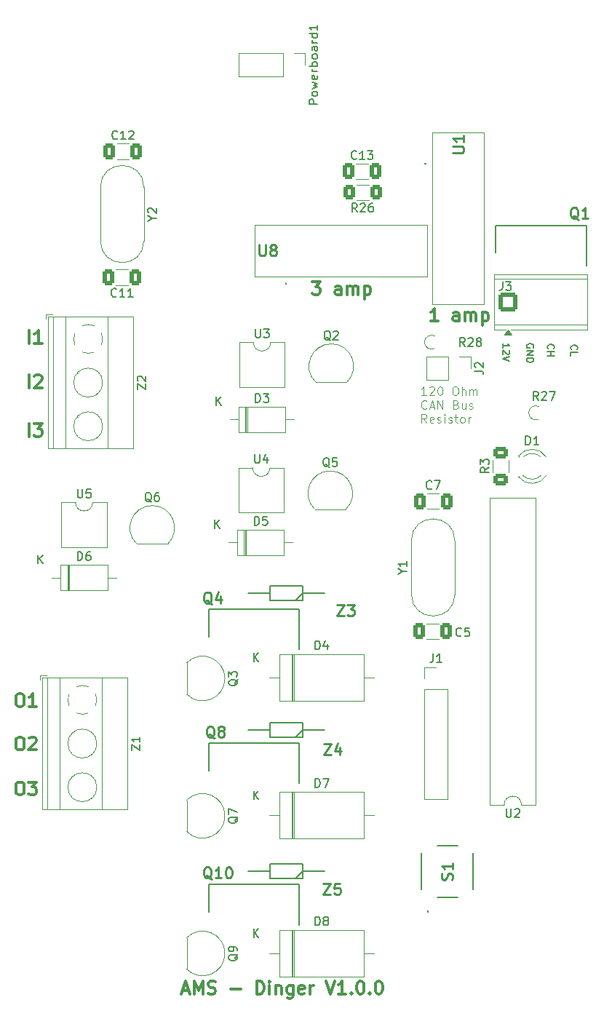
<source format=gbr>
%TF.GenerationSoftware,KiCad,Pcbnew,9.0.0*%
%TF.CreationDate,2025-03-14T13:06:40-07:00*%
%TF.ProjectId,AMS - CANBus - Dinger,414d5320-2d20-4434-914e-427573202d20,rev?*%
%TF.SameCoordinates,Original*%
%TF.FileFunction,Legend,Top*%
%TF.FilePolarity,Positive*%
%FSLAX46Y46*%
G04 Gerber Fmt 4.6, Leading zero omitted, Abs format (unit mm)*
G04 Created by KiCad (PCBNEW 9.0.0) date 2025-03-14 13:06:40*
%MOMM*%
%LPD*%
G01*
G04 APERTURE LIST*
G04 Aperture macros list*
%AMRoundRect*
0 Rectangle with rounded corners*
0 $1 Rounding radius*
0 $2 $3 $4 $5 $6 $7 $8 $9 X,Y pos of 4 corners*
0 Add a 4 corners polygon primitive as box body*
4,1,4,$2,$3,$4,$5,$6,$7,$8,$9,$2,$3,0*
0 Add four circle primitives for the rounded corners*
1,1,$1+$1,$2,$3*
1,1,$1+$1,$4,$5*
1,1,$1+$1,$6,$7*
1,1,$1+$1,$8,$9*
0 Add four rect primitives between the rounded corners*
20,1,$1+$1,$2,$3,$4,$5,0*
20,1,$1+$1,$4,$5,$6,$7,0*
20,1,$1+$1,$6,$7,$8,$9,0*
20,1,$1+$1,$8,$9,$2,$3,0*%
G04 Aperture macros list end*
%ADD10C,0.150000*%
%ADD11C,0.100000*%
%ADD12C,0.300000*%
%ADD13C,0.254000*%
%ADD14C,0.120000*%
%ADD15C,0.200000*%
%ADD16O,1.050000X1.500000*%
%ADD17R,1.050000X1.500000*%
%ADD18O,1.600000X1.600000*%
%ADD19R,1.600000X1.600000*%
%ADD20O,2.600000X2.600000*%
%ADD21R,2.600000X2.600000*%
%ADD22C,1.920000*%
%ADD23R,1.920000X1.920000*%
%ADD24O,1.500000X1.050000*%
%ADD25R,1.500000X1.050000*%
%ADD26C,1.150000*%
%ADD27R,1.150000X1.150000*%
%ADD28C,2.600000*%
%ADD29C,1.800000*%
%ADD30R,1.800000X1.800000*%
%ADD31RoundRect,0.250000X0.625000X-0.400000X0.625000X0.400000X-0.625000X0.400000X-0.625000X-0.400000X0*%
%ADD32O,1.700000X1.700000*%
%ADD33R,1.700000X1.700000*%
%ADD34R,1.500000X1.500000*%
%ADD35C,1.500000*%
%ADD36RoundRect,0.250000X-0.412500X-0.650000X0.412500X-0.650000X0.412500X0.650000X-0.412500X0.650000X0*%
%ADD37C,1.400000*%
%ADD38O,1.400000X1.400000*%
%ADD39C,2.400000*%
%ADD40C,2.100000*%
%ADD41RoundRect,0.250000X0.412500X0.650000X-0.412500X0.650000X-0.412500X-0.650000X0.412500X-0.650000X0*%
%ADD42R,2.200000X2.200000*%
%ADD43O,2.200000X2.200000*%
%ADD44RoundRect,0.249999X-0.850001X-0.850001X0.850001X-0.850001X0.850001X0.850001X-0.850001X0.850001X0*%
%ADD45C,2.200000*%
%ADD46RoundRect,0.250000X0.400000X0.625000X-0.400000X0.625000X-0.400000X-0.625000X0.400000X-0.625000X0*%
G04 APERTURE END LIST*
D10*
X130955811Y-71554122D02*
X130955811Y-71096979D01*
X130955811Y-71325551D02*
X131755811Y-71325551D01*
X131755811Y-71325551D02*
X131641526Y-71249360D01*
X131641526Y-71249360D02*
X131565335Y-71173170D01*
X131565335Y-71173170D02*
X131527240Y-71096979D01*
X131679621Y-71858884D02*
X131717716Y-71896980D01*
X131717716Y-71896980D02*
X131755811Y-71973170D01*
X131755811Y-71973170D02*
X131755811Y-72163646D01*
X131755811Y-72163646D02*
X131717716Y-72239837D01*
X131717716Y-72239837D02*
X131679621Y-72277932D01*
X131679621Y-72277932D02*
X131603430Y-72316027D01*
X131603430Y-72316027D02*
X131527240Y-72316027D01*
X131527240Y-72316027D02*
X131412954Y-72277932D01*
X131412954Y-72277932D02*
X130955811Y-71820789D01*
X130955811Y-71820789D02*
X130955811Y-72316027D01*
X131755811Y-72544599D02*
X130955811Y-72811266D01*
X130955811Y-72811266D02*
X131755811Y-73077932D01*
X134508663Y-71554122D02*
X134546758Y-71477932D01*
X134546758Y-71477932D02*
X134546758Y-71363646D01*
X134546758Y-71363646D02*
X134508663Y-71249360D01*
X134508663Y-71249360D02*
X134432473Y-71173170D01*
X134432473Y-71173170D02*
X134356282Y-71135075D01*
X134356282Y-71135075D02*
X134203901Y-71096979D01*
X134203901Y-71096979D02*
X134089615Y-71096979D01*
X134089615Y-71096979D02*
X133937234Y-71135075D01*
X133937234Y-71135075D02*
X133861044Y-71173170D01*
X133861044Y-71173170D02*
X133784854Y-71249360D01*
X133784854Y-71249360D02*
X133746758Y-71363646D01*
X133746758Y-71363646D02*
X133746758Y-71439837D01*
X133746758Y-71439837D02*
X133784854Y-71554122D01*
X133784854Y-71554122D02*
X133822949Y-71592218D01*
X133822949Y-71592218D02*
X134089615Y-71592218D01*
X134089615Y-71592218D02*
X134089615Y-71439837D01*
X133746758Y-71935075D02*
X134546758Y-71935075D01*
X134546758Y-71935075D02*
X133746758Y-72392218D01*
X133746758Y-72392218D02*
X134546758Y-72392218D01*
X133746758Y-72773170D02*
X134546758Y-72773170D01*
X134546758Y-72773170D02*
X134546758Y-72963646D01*
X134546758Y-72963646D02*
X134508663Y-73077932D01*
X134508663Y-73077932D02*
X134432473Y-73154122D01*
X134432473Y-73154122D02*
X134356282Y-73192217D01*
X134356282Y-73192217D02*
X134203901Y-73230313D01*
X134203901Y-73230313D02*
X134089615Y-73230313D01*
X134089615Y-73230313D02*
X133937234Y-73192217D01*
X133937234Y-73192217D02*
X133861044Y-73154122D01*
X133861044Y-73154122D02*
X133784854Y-73077932D01*
X133784854Y-73077932D02*
X133746758Y-72963646D01*
X133746758Y-72963646D02*
X133746758Y-72773170D01*
X136215189Y-71671959D02*
X136177094Y-71633863D01*
X136177094Y-71633863D02*
X136138998Y-71519578D01*
X136138998Y-71519578D02*
X136138998Y-71443387D01*
X136138998Y-71443387D02*
X136177094Y-71329101D01*
X136177094Y-71329101D02*
X136253284Y-71252911D01*
X136253284Y-71252911D02*
X136329474Y-71214816D01*
X136329474Y-71214816D02*
X136481855Y-71176720D01*
X136481855Y-71176720D02*
X136596141Y-71176720D01*
X136596141Y-71176720D02*
X136748522Y-71214816D01*
X136748522Y-71214816D02*
X136824713Y-71252911D01*
X136824713Y-71252911D02*
X136900903Y-71329101D01*
X136900903Y-71329101D02*
X136938998Y-71443387D01*
X136938998Y-71443387D02*
X136938998Y-71519578D01*
X136938998Y-71519578D02*
X136900903Y-71633863D01*
X136900903Y-71633863D02*
X136862808Y-71671959D01*
X136138998Y-72014816D02*
X136938998Y-72014816D01*
X136558046Y-72014816D02*
X136558046Y-72471959D01*
X136138998Y-72471959D02*
X136938998Y-72471959D01*
X138926394Y-71751700D02*
X138888299Y-71713604D01*
X138888299Y-71713604D02*
X138850203Y-71599319D01*
X138850203Y-71599319D02*
X138850203Y-71523128D01*
X138850203Y-71523128D02*
X138888299Y-71408842D01*
X138888299Y-71408842D02*
X138964489Y-71332652D01*
X138964489Y-71332652D02*
X139040679Y-71294557D01*
X139040679Y-71294557D02*
X139193060Y-71256461D01*
X139193060Y-71256461D02*
X139307346Y-71256461D01*
X139307346Y-71256461D02*
X139459727Y-71294557D01*
X139459727Y-71294557D02*
X139535918Y-71332652D01*
X139535918Y-71332652D02*
X139612108Y-71408842D01*
X139612108Y-71408842D02*
X139650203Y-71523128D01*
X139650203Y-71523128D02*
X139650203Y-71599319D01*
X139650203Y-71599319D02*
X139612108Y-71713604D01*
X139612108Y-71713604D02*
X139574013Y-71751700D01*
X138850203Y-72475509D02*
X138850203Y-72094557D01*
X138850203Y-72094557D02*
X139650203Y-72094557D01*
D11*
X122034887Y-77056186D02*
X121463459Y-77056186D01*
X121749173Y-77056186D02*
X121749173Y-76056186D01*
X121749173Y-76056186D02*
X121653935Y-76199043D01*
X121653935Y-76199043D02*
X121558697Y-76294281D01*
X121558697Y-76294281D02*
X121463459Y-76341900D01*
X122415840Y-76151424D02*
X122463459Y-76103805D01*
X122463459Y-76103805D02*
X122558697Y-76056186D01*
X122558697Y-76056186D02*
X122796792Y-76056186D01*
X122796792Y-76056186D02*
X122892030Y-76103805D01*
X122892030Y-76103805D02*
X122939649Y-76151424D01*
X122939649Y-76151424D02*
X122987268Y-76246662D01*
X122987268Y-76246662D02*
X122987268Y-76341900D01*
X122987268Y-76341900D02*
X122939649Y-76484757D01*
X122939649Y-76484757D02*
X122368221Y-77056186D01*
X122368221Y-77056186D02*
X122987268Y-77056186D01*
X123606316Y-76056186D02*
X123701554Y-76056186D01*
X123701554Y-76056186D02*
X123796792Y-76103805D01*
X123796792Y-76103805D02*
X123844411Y-76151424D01*
X123844411Y-76151424D02*
X123892030Y-76246662D01*
X123892030Y-76246662D02*
X123939649Y-76437138D01*
X123939649Y-76437138D02*
X123939649Y-76675233D01*
X123939649Y-76675233D02*
X123892030Y-76865709D01*
X123892030Y-76865709D02*
X123844411Y-76960947D01*
X123844411Y-76960947D02*
X123796792Y-77008567D01*
X123796792Y-77008567D02*
X123701554Y-77056186D01*
X123701554Y-77056186D02*
X123606316Y-77056186D01*
X123606316Y-77056186D02*
X123511078Y-77008567D01*
X123511078Y-77008567D02*
X123463459Y-76960947D01*
X123463459Y-76960947D02*
X123415840Y-76865709D01*
X123415840Y-76865709D02*
X123368221Y-76675233D01*
X123368221Y-76675233D02*
X123368221Y-76437138D01*
X123368221Y-76437138D02*
X123415840Y-76246662D01*
X123415840Y-76246662D02*
X123463459Y-76151424D01*
X123463459Y-76151424D02*
X123511078Y-76103805D01*
X123511078Y-76103805D02*
X123606316Y-76056186D01*
X125320602Y-76056186D02*
X125511078Y-76056186D01*
X125511078Y-76056186D02*
X125606316Y-76103805D01*
X125606316Y-76103805D02*
X125701554Y-76199043D01*
X125701554Y-76199043D02*
X125749173Y-76389519D01*
X125749173Y-76389519D02*
X125749173Y-76722852D01*
X125749173Y-76722852D02*
X125701554Y-76913328D01*
X125701554Y-76913328D02*
X125606316Y-77008567D01*
X125606316Y-77008567D02*
X125511078Y-77056186D01*
X125511078Y-77056186D02*
X125320602Y-77056186D01*
X125320602Y-77056186D02*
X125225364Y-77008567D01*
X125225364Y-77008567D02*
X125130126Y-76913328D01*
X125130126Y-76913328D02*
X125082507Y-76722852D01*
X125082507Y-76722852D02*
X125082507Y-76389519D01*
X125082507Y-76389519D02*
X125130126Y-76199043D01*
X125130126Y-76199043D02*
X125225364Y-76103805D01*
X125225364Y-76103805D02*
X125320602Y-76056186D01*
X126177745Y-77056186D02*
X126177745Y-76056186D01*
X126606316Y-77056186D02*
X126606316Y-76532376D01*
X126606316Y-76532376D02*
X126558697Y-76437138D01*
X126558697Y-76437138D02*
X126463459Y-76389519D01*
X126463459Y-76389519D02*
X126320602Y-76389519D01*
X126320602Y-76389519D02*
X126225364Y-76437138D01*
X126225364Y-76437138D02*
X126177745Y-76484757D01*
X127082507Y-77056186D02*
X127082507Y-76389519D01*
X127082507Y-76484757D02*
X127130126Y-76437138D01*
X127130126Y-76437138D02*
X127225364Y-76389519D01*
X127225364Y-76389519D02*
X127368221Y-76389519D01*
X127368221Y-76389519D02*
X127463459Y-76437138D01*
X127463459Y-76437138D02*
X127511078Y-76532376D01*
X127511078Y-76532376D02*
X127511078Y-77056186D01*
X127511078Y-76532376D02*
X127558697Y-76437138D01*
X127558697Y-76437138D02*
X127653935Y-76389519D01*
X127653935Y-76389519D02*
X127796792Y-76389519D01*
X127796792Y-76389519D02*
X127892031Y-76437138D01*
X127892031Y-76437138D02*
X127939650Y-76532376D01*
X127939650Y-76532376D02*
X127939650Y-77056186D01*
X122082506Y-78570891D02*
X122034887Y-78618511D01*
X122034887Y-78618511D02*
X121892030Y-78666130D01*
X121892030Y-78666130D02*
X121796792Y-78666130D01*
X121796792Y-78666130D02*
X121653935Y-78618511D01*
X121653935Y-78618511D02*
X121558697Y-78523272D01*
X121558697Y-78523272D02*
X121511078Y-78428034D01*
X121511078Y-78428034D02*
X121463459Y-78237558D01*
X121463459Y-78237558D02*
X121463459Y-78094701D01*
X121463459Y-78094701D02*
X121511078Y-77904225D01*
X121511078Y-77904225D02*
X121558697Y-77808987D01*
X121558697Y-77808987D02*
X121653935Y-77713749D01*
X121653935Y-77713749D02*
X121796792Y-77666130D01*
X121796792Y-77666130D02*
X121892030Y-77666130D01*
X121892030Y-77666130D02*
X122034887Y-77713749D01*
X122034887Y-77713749D02*
X122082506Y-77761368D01*
X122463459Y-78380415D02*
X122939649Y-78380415D01*
X122368221Y-78666130D02*
X122701554Y-77666130D01*
X122701554Y-77666130D02*
X123034887Y-78666130D01*
X123368221Y-78666130D02*
X123368221Y-77666130D01*
X123368221Y-77666130D02*
X123939649Y-78666130D01*
X123939649Y-78666130D02*
X123939649Y-77666130D01*
X125511078Y-78142320D02*
X125653935Y-78189939D01*
X125653935Y-78189939D02*
X125701554Y-78237558D01*
X125701554Y-78237558D02*
X125749173Y-78332796D01*
X125749173Y-78332796D02*
X125749173Y-78475653D01*
X125749173Y-78475653D02*
X125701554Y-78570891D01*
X125701554Y-78570891D02*
X125653935Y-78618511D01*
X125653935Y-78618511D02*
X125558697Y-78666130D01*
X125558697Y-78666130D02*
X125177745Y-78666130D01*
X125177745Y-78666130D02*
X125177745Y-77666130D01*
X125177745Y-77666130D02*
X125511078Y-77666130D01*
X125511078Y-77666130D02*
X125606316Y-77713749D01*
X125606316Y-77713749D02*
X125653935Y-77761368D01*
X125653935Y-77761368D02*
X125701554Y-77856606D01*
X125701554Y-77856606D02*
X125701554Y-77951844D01*
X125701554Y-77951844D02*
X125653935Y-78047082D01*
X125653935Y-78047082D02*
X125606316Y-78094701D01*
X125606316Y-78094701D02*
X125511078Y-78142320D01*
X125511078Y-78142320D02*
X125177745Y-78142320D01*
X126606316Y-77999463D02*
X126606316Y-78666130D01*
X126177745Y-77999463D02*
X126177745Y-78523272D01*
X126177745Y-78523272D02*
X126225364Y-78618511D01*
X126225364Y-78618511D02*
X126320602Y-78666130D01*
X126320602Y-78666130D02*
X126463459Y-78666130D01*
X126463459Y-78666130D02*
X126558697Y-78618511D01*
X126558697Y-78618511D02*
X126606316Y-78570891D01*
X127034888Y-78618511D02*
X127130126Y-78666130D01*
X127130126Y-78666130D02*
X127320602Y-78666130D01*
X127320602Y-78666130D02*
X127415840Y-78618511D01*
X127415840Y-78618511D02*
X127463459Y-78523272D01*
X127463459Y-78523272D02*
X127463459Y-78475653D01*
X127463459Y-78475653D02*
X127415840Y-78380415D01*
X127415840Y-78380415D02*
X127320602Y-78332796D01*
X127320602Y-78332796D02*
X127177745Y-78332796D01*
X127177745Y-78332796D02*
X127082507Y-78285177D01*
X127082507Y-78285177D02*
X127034888Y-78189939D01*
X127034888Y-78189939D02*
X127034888Y-78142320D01*
X127034888Y-78142320D02*
X127082507Y-78047082D01*
X127082507Y-78047082D02*
X127177745Y-77999463D01*
X127177745Y-77999463D02*
X127320602Y-77999463D01*
X127320602Y-77999463D02*
X127415840Y-78047082D01*
X122082506Y-80276074D02*
X121749173Y-79799883D01*
X121511078Y-80276074D02*
X121511078Y-79276074D01*
X121511078Y-79276074D02*
X121892030Y-79276074D01*
X121892030Y-79276074D02*
X121987268Y-79323693D01*
X121987268Y-79323693D02*
X122034887Y-79371312D01*
X122034887Y-79371312D02*
X122082506Y-79466550D01*
X122082506Y-79466550D02*
X122082506Y-79609407D01*
X122082506Y-79609407D02*
X122034887Y-79704645D01*
X122034887Y-79704645D02*
X121987268Y-79752264D01*
X121987268Y-79752264D02*
X121892030Y-79799883D01*
X121892030Y-79799883D02*
X121511078Y-79799883D01*
X122892030Y-80228455D02*
X122796792Y-80276074D01*
X122796792Y-80276074D02*
X122606316Y-80276074D01*
X122606316Y-80276074D02*
X122511078Y-80228455D01*
X122511078Y-80228455D02*
X122463459Y-80133216D01*
X122463459Y-80133216D02*
X122463459Y-79752264D01*
X122463459Y-79752264D02*
X122511078Y-79657026D01*
X122511078Y-79657026D02*
X122606316Y-79609407D01*
X122606316Y-79609407D02*
X122796792Y-79609407D01*
X122796792Y-79609407D02*
X122892030Y-79657026D01*
X122892030Y-79657026D02*
X122939649Y-79752264D01*
X122939649Y-79752264D02*
X122939649Y-79847502D01*
X122939649Y-79847502D02*
X122463459Y-79942740D01*
X123320602Y-80228455D02*
X123415840Y-80276074D01*
X123415840Y-80276074D02*
X123606316Y-80276074D01*
X123606316Y-80276074D02*
X123701554Y-80228455D01*
X123701554Y-80228455D02*
X123749173Y-80133216D01*
X123749173Y-80133216D02*
X123749173Y-80085597D01*
X123749173Y-80085597D02*
X123701554Y-79990359D01*
X123701554Y-79990359D02*
X123606316Y-79942740D01*
X123606316Y-79942740D02*
X123463459Y-79942740D01*
X123463459Y-79942740D02*
X123368221Y-79895121D01*
X123368221Y-79895121D02*
X123320602Y-79799883D01*
X123320602Y-79799883D02*
X123320602Y-79752264D01*
X123320602Y-79752264D02*
X123368221Y-79657026D01*
X123368221Y-79657026D02*
X123463459Y-79609407D01*
X123463459Y-79609407D02*
X123606316Y-79609407D01*
X123606316Y-79609407D02*
X123701554Y-79657026D01*
X124177745Y-80276074D02*
X124177745Y-79609407D01*
X124177745Y-79276074D02*
X124130126Y-79323693D01*
X124130126Y-79323693D02*
X124177745Y-79371312D01*
X124177745Y-79371312D02*
X124225364Y-79323693D01*
X124225364Y-79323693D02*
X124177745Y-79276074D01*
X124177745Y-79276074D02*
X124177745Y-79371312D01*
X124606316Y-80228455D02*
X124701554Y-80276074D01*
X124701554Y-80276074D02*
X124892030Y-80276074D01*
X124892030Y-80276074D02*
X124987268Y-80228455D01*
X124987268Y-80228455D02*
X125034887Y-80133216D01*
X125034887Y-80133216D02*
X125034887Y-80085597D01*
X125034887Y-80085597D02*
X124987268Y-79990359D01*
X124987268Y-79990359D02*
X124892030Y-79942740D01*
X124892030Y-79942740D02*
X124749173Y-79942740D01*
X124749173Y-79942740D02*
X124653935Y-79895121D01*
X124653935Y-79895121D02*
X124606316Y-79799883D01*
X124606316Y-79799883D02*
X124606316Y-79752264D01*
X124606316Y-79752264D02*
X124653935Y-79657026D01*
X124653935Y-79657026D02*
X124749173Y-79609407D01*
X124749173Y-79609407D02*
X124892030Y-79609407D01*
X124892030Y-79609407D02*
X124987268Y-79657026D01*
X125320602Y-79609407D02*
X125701554Y-79609407D01*
X125463459Y-79276074D02*
X125463459Y-80133216D01*
X125463459Y-80133216D02*
X125511078Y-80228455D01*
X125511078Y-80228455D02*
X125606316Y-80276074D01*
X125606316Y-80276074D02*
X125701554Y-80276074D01*
X126177745Y-80276074D02*
X126082507Y-80228455D01*
X126082507Y-80228455D02*
X126034888Y-80180835D01*
X126034888Y-80180835D02*
X125987269Y-80085597D01*
X125987269Y-80085597D02*
X125987269Y-79799883D01*
X125987269Y-79799883D02*
X126034888Y-79704645D01*
X126034888Y-79704645D02*
X126082507Y-79657026D01*
X126082507Y-79657026D02*
X126177745Y-79609407D01*
X126177745Y-79609407D02*
X126320602Y-79609407D01*
X126320602Y-79609407D02*
X126415840Y-79657026D01*
X126415840Y-79657026D02*
X126463459Y-79704645D01*
X126463459Y-79704645D02*
X126511078Y-79799883D01*
X126511078Y-79799883D02*
X126511078Y-80085597D01*
X126511078Y-80085597D02*
X126463459Y-80180835D01*
X126463459Y-80180835D02*
X126415840Y-80228455D01*
X126415840Y-80228455D02*
X126320602Y-80276074D01*
X126320602Y-80276074D02*
X126177745Y-80276074D01*
X126939650Y-80276074D02*
X126939650Y-79609407D01*
X126939650Y-79799883D02*
X126987269Y-79704645D01*
X126987269Y-79704645D02*
X127034888Y-79657026D01*
X127034888Y-79657026D02*
X127130126Y-79609407D01*
X127130126Y-79609407D02*
X127225364Y-79609407D01*
D12*
X74630138Y-116835041D02*
X74915852Y-116835041D01*
X74915852Y-116835041D02*
X75058709Y-116906470D01*
X75058709Y-116906470D02*
X75201566Y-117049327D01*
X75201566Y-117049327D02*
X75272995Y-117335041D01*
X75272995Y-117335041D02*
X75272995Y-117835041D01*
X75272995Y-117835041D02*
X75201566Y-118120755D01*
X75201566Y-118120755D02*
X75058709Y-118263613D01*
X75058709Y-118263613D02*
X74915852Y-118335041D01*
X74915852Y-118335041D02*
X74630138Y-118335041D01*
X74630138Y-118335041D02*
X74487281Y-118263613D01*
X74487281Y-118263613D02*
X74344423Y-118120755D01*
X74344423Y-118120755D02*
X74272995Y-117835041D01*
X74272995Y-117835041D02*
X74272995Y-117335041D01*
X74272995Y-117335041D02*
X74344423Y-117049327D01*
X74344423Y-117049327D02*
X74487281Y-116906470D01*
X74487281Y-116906470D02*
X74630138Y-116835041D01*
X75844424Y-116977898D02*
X75915852Y-116906470D01*
X75915852Y-116906470D02*
X76058710Y-116835041D01*
X76058710Y-116835041D02*
X76415852Y-116835041D01*
X76415852Y-116835041D02*
X76558710Y-116906470D01*
X76558710Y-116906470D02*
X76630138Y-116977898D01*
X76630138Y-116977898D02*
X76701567Y-117120755D01*
X76701567Y-117120755D02*
X76701567Y-117263613D01*
X76701567Y-117263613D02*
X76630138Y-117477898D01*
X76630138Y-117477898D02*
X75772995Y-118335041D01*
X75772995Y-118335041D02*
X76701567Y-118335041D01*
X74630138Y-122070487D02*
X74915852Y-122070487D01*
X74915852Y-122070487D02*
X75058709Y-122141916D01*
X75058709Y-122141916D02*
X75201566Y-122284773D01*
X75201566Y-122284773D02*
X75272995Y-122570487D01*
X75272995Y-122570487D02*
X75272995Y-123070487D01*
X75272995Y-123070487D02*
X75201566Y-123356201D01*
X75201566Y-123356201D02*
X75058709Y-123499059D01*
X75058709Y-123499059D02*
X74915852Y-123570487D01*
X74915852Y-123570487D02*
X74630138Y-123570487D01*
X74630138Y-123570487D02*
X74487281Y-123499059D01*
X74487281Y-123499059D02*
X74344423Y-123356201D01*
X74344423Y-123356201D02*
X74272995Y-123070487D01*
X74272995Y-123070487D02*
X74272995Y-122570487D01*
X74272995Y-122570487D02*
X74344423Y-122284773D01*
X74344423Y-122284773D02*
X74487281Y-122141916D01*
X74487281Y-122141916D02*
X74630138Y-122070487D01*
X75772995Y-122070487D02*
X76701567Y-122070487D01*
X76701567Y-122070487D02*
X76201567Y-122641916D01*
X76201567Y-122641916D02*
X76415852Y-122641916D01*
X76415852Y-122641916D02*
X76558710Y-122713344D01*
X76558710Y-122713344D02*
X76630138Y-122784773D01*
X76630138Y-122784773D02*
X76701567Y-122927630D01*
X76701567Y-122927630D02*
X76701567Y-123284773D01*
X76701567Y-123284773D02*
X76630138Y-123427630D01*
X76630138Y-123427630D02*
X76558710Y-123499059D01*
X76558710Y-123499059D02*
X76415852Y-123570487D01*
X76415852Y-123570487D02*
X75987281Y-123570487D01*
X75987281Y-123570487D02*
X75844424Y-123499059D01*
X75844424Y-123499059D02*
X75772995Y-123427630D01*
X74630138Y-111794098D02*
X74915852Y-111794098D01*
X74915852Y-111794098D02*
X75058709Y-111865527D01*
X75058709Y-111865527D02*
X75201566Y-112008384D01*
X75201566Y-112008384D02*
X75272995Y-112294098D01*
X75272995Y-112294098D02*
X75272995Y-112794098D01*
X75272995Y-112794098D02*
X75201566Y-113079812D01*
X75201566Y-113079812D02*
X75058709Y-113222670D01*
X75058709Y-113222670D02*
X74915852Y-113294098D01*
X74915852Y-113294098D02*
X74630138Y-113294098D01*
X74630138Y-113294098D02*
X74487281Y-113222670D01*
X74487281Y-113222670D02*
X74344423Y-113079812D01*
X74344423Y-113079812D02*
X74272995Y-112794098D01*
X74272995Y-112794098D02*
X74272995Y-112294098D01*
X74272995Y-112294098D02*
X74344423Y-112008384D01*
X74344423Y-112008384D02*
X74487281Y-111865527D01*
X74487281Y-111865527D02*
X74630138Y-111794098D01*
X76701567Y-113294098D02*
X75844424Y-113294098D01*
X76272995Y-113294098D02*
X76272995Y-111794098D01*
X76272995Y-111794098D02*
X76130138Y-112008384D01*
X76130138Y-112008384D02*
X75987281Y-112151241D01*
X75987281Y-112151241D02*
X75844424Y-112222670D01*
X75827241Y-81863541D02*
X75827241Y-80363541D01*
X76398670Y-80363541D02*
X77327242Y-80363541D01*
X77327242Y-80363541D02*
X76827242Y-80934970D01*
X76827242Y-80934970D02*
X77041527Y-80934970D01*
X77041527Y-80934970D02*
X77184385Y-81006398D01*
X77184385Y-81006398D02*
X77255813Y-81077827D01*
X77255813Y-81077827D02*
X77327242Y-81220684D01*
X77327242Y-81220684D02*
X77327242Y-81577827D01*
X77327242Y-81577827D02*
X77255813Y-81720684D01*
X77255813Y-81720684D02*
X77184385Y-81792113D01*
X77184385Y-81792113D02*
X77041527Y-81863541D01*
X77041527Y-81863541D02*
X76612956Y-81863541D01*
X76612956Y-81863541D02*
X76470099Y-81792113D01*
X76470099Y-81792113D02*
X76398670Y-81720684D01*
X75827241Y-71039189D02*
X75827241Y-69539189D01*
X77327242Y-71039189D02*
X76470099Y-71039189D01*
X76898670Y-71039189D02*
X76898670Y-69539189D01*
X76898670Y-69539189D02*
X76755813Y-69753475D01*
X76755813Y-69753475D02*
X76612956Y-69896332D01*
X76612956Y-69896332D02*
X76470099Y-69967761D01*
X75827241Y-76197364D02*
X75827241Y-74697364D01*
X76470099Y-74840221D02*
X76541527Y-74768793D01*
X76541527Y-74768793D02*
X76684385Y-74697364D01*
X76684385Y-74697364D02*
X77041527Y-74697364D01*
X77041527Y-74697364D02*
X77184385Y-74768793D01*
X77184385Y-74768793D02*
X77255813Y-74840221D01*
X77255813Y-74840221D02*
X77327242Y-74983078D01*
X77327242Y-74983078D02*
X77327242Y-75125936D01*
X77327242Y-75125936D02*
X77255813Y-75340221D01*
X77255813Y-75340221D02*
X76398670Y-76197364D01*
X76398670Y-76197364D02*
X77327242Y-76197364D01*
X93674338Y-146303460D02*
X94388624Y-146303460D01*
X93531481Y-146732031D02*
X94031481Y-145232031D01*
X94031481Y-145232031D02*
X94531481Y-146732031D01*
X95031480Y-146732031D02*
X95031480Y-145232031D01*
X95031480Y-145232031D02*
X95531480Y-146303460D01*
X95531480Y-146303460D02*
X96031480Y-145232031D01*
X96031480Y-145232031D02*
X96031480Y-146732031D01*
X96674338Y-146660603D02*
X96888624Y-146732031D01*
X96888624Y-146732031D02*
X97245766Y-146732031D01*
X97245766Y-146732031D02*
X97388624Y-146660603D01*
X97388624Y-146660603D02*
X97460052Y-146589174D01*
X97460052Y-146589174D02*
X97531481Y-146446317D01*
X97531481Y-146446317D02*
X97531481Y-146303460D01*
X97531481Y-146303460D02*
X97460052Y-146160603D01*
X97460052Y-146160603D02*
X97388624Y-146089174D01*
X97388624Y-146089174D02*
X97245766Y-146017745D01*
X97245766Y-146017745D02*
X96960052Y-145946317D01*
X96960052Y-145946317D02*
X96817195Y-145874888D01*
X96817195Y-145874888D02*
X96745766Y-145803460D01*
X96745766Y-145803460D02*
X96674338Y-145660603D01*
X96674338Y-145660603D02*
X96674338Y-145517745D01*
X96674338Y-145517745D02*
X96745766Y-145374888D01*
X96745766Y-145374888D02*
X96817195Y-145303460D01*
X96817195Y-145303460D02*
X96960052Y-145232031D01*
X96960052Y-145232031D02*
X97317195Y-145232031D01*
X97317195Y-145232031D02*
X97531481Y-145303460D01*
X99317194Y-146160603D02*
X100460052Y-146160603D01*
X102317194Y-146732031D02*
X102317194Y-145232031D01*
X102317194Y-145232031D02*
X102674337Y-145232031D01*
X102674337Y-145232031D02*
X102888623Y-145303460D01*
X102888623Y-145303460D02*
X103031480Y-145446317D01*
X103031480Y-145446317D02*
X103102909Y-145589174D01*
X103102909Y-145589174D02*
X103174337Y-145874888D01*
X103174337Y-145874888D02*
X103174337Y-146089174D01*
X103174337Y-146089174D02*
X103102909Y-146374888D01*
X103102909Y-146374888D02*
X103031480Y-146517745D01*
X103031480Y-146517745D02*
X102888623Y-146660603D01*
X102888623Y-146660603D02*
X102674337Y-146732031D01*
X102674337Y-146732031D02*
X102317194Y-146732031D01*
X103817194Y-146732031D02*
X103817194Y-145732031D01*
X103817194Y-145232031D02*
X103745766Y-145303460D01*
X103745766Y-145303460D02*
X103817194Y-145374888D01*
X103817194Y-145374888D02*
X103888623Y-145303460D01*
X103888623Y-145303460D02*
X103817194Y-145232031D01*
X103817194Y-145232031D02*
X103817194Y-145374888D01*
X104531480Y-145732031D02*
X104531480Y-146732031D01*
X104531480Y-145874888D02*
X104602909Y-145803460D01*
X104602909Y-145803460D02*
X104745766Y-145732031D01*
X104745766Y-145732031D02*
X104960052Y-145732031D01*
X104960052Y-145732031D02*
X105102909Y-145803460D01*
X105102909Y-145803460D02*
X105174338Y-145946317D01*
X105174338Y-145946317D02*
X105174338Y-146732031D01*
X106531481Y-145732031D02*
X106531481Y-146946317D01*
X106531481Y-146946317D02*
X106460052Y-147089174D01*
X106460052Y-147089174D02*
X106388623Y-147160603D01*
X106388623Y-147160603D02*
X106245766Y-147232031D01*
X106245766Y-147232031D02*
X106031481Y-147232031D01*
X106031481Y-147232031D02*
X105888623Y-147160603D01*
X106531481Y-146660603D02*
X106388623Y-146732031D01*
X106388623Y-146732031D02*
X106102909Y-146732031D01*
X106102909Y-146732031D02*
X105960052Y-146660603D01*
X105960052Y-146660603D02*
X105888623Y-146589174D01*
X105888623Y-146589174D02*
X105817195Y-146446317D01*
X105817195Y-146446317D02*
X105817195Y-146017745D01*
X105817195Y-146017745D02*
X105888623Y-145874888D01*
X105888623Y-145874888D02*
X105960052Y-145803460D01*
X105960052Y-145803460D02*
X106102909Y-145732031D01*
X106102909Y-145732031D02*
X106388623Y-145732031D01*
X106388623Y-145732031D02*
X106531481Y-145803460D01*
X107817195Y-146660603D02*
X107674338Y-146732031D01*
X107674338Y-146732031D02*
X107388624Y-146732031D01*
X107388624Y-146732031D02*
X107245766Y-146660603D01*
X107245766Y-146660603D02*
X107174338Y-146517745D01*
X107174338Y-146517745D02*
X107174338Y-145946317D01*
X107174338Y-145946317D02*
X107245766Y-145803460D01*
X107245766Y-145803460D02*
X107388624Y-145732031D01*
X107388624Y-145732031D02*
X107674338Y-145732031D01*
X107674338Y-145732031D02*
X107817195Y-145803460D01*
X107817195Y-145803460D02*
X107888624Y-145946317D01*
X107888624Y-145946317D02*
X107888624Y-146089174D01*
X107888624Y-146089174D02*
X107174338Y-146232031D01*
X108531480Y-146732031D02*
X108531480Y-145732031D01*
X108531480Y-146017745D02*
X108602909Y-145874888D01*
X108602909Y-145874888D02*
X108674338Y-145803460D01*
X108674338Y-145803460D02*
X108817195Y-145732031D01*
X108817195Y-145732031D02*
X108960052Y-145732031D01*
X110388623Y-145232031D02*
X110888623Y-146732031D01*
X110888623Y-146732031D02*
X111388623Y-145232031D01*
X112674337Y-146732031D02*
X111817194Y-146732031D01*
X112245765Y-146732031D02*
X112245765Y-145232031D01*
X112245765Y-145232031D02*
X112102908Y-145446317D01*
X112102908Y-145446317D02*
X111960051Y-145589174D01*
X111960051Y-145589174D02*
X111817194Y-145660603D01*
X113317193Y-146589174D02*
X113388622Y-146660603D01*
X113388622Y-146660603D02*
X113317193Y-146732031D01*
X113317193Y-146732031D02*
X113245765Y-146660603D01*
X113245765Y-146660603D02*
X113317193Y-146589174D01*
X113317193Y-146589174D02*
X113317193Y-146732031D01*
X114317194Y-145232031D02*
X114460051Y-145232031D01*
X114460051Y-145232031D02*
X114602908Y-145303460D01*
X114602908Y-145303460D02*
X114674337Y-145374888D01*
X114674337Y-145374888D02*
X114745765Y-145517745D01*
X114745765Y-145517745D02*
X114817194Y-145803460D01*
X114817194Y-145803460D02*
X114817194Y-146160603D01*
X114817194Y-146160603D02*
X114745765Y-146446317D01*
X114745765Y-146446317D02*
X114674337Y-146589174D01*
X114674337Y-146589174D02*
X114602908Y-146660603D01*
X114602908Y-146660603D02*
X114460051Y-146732031D01*
X114460051Y-146732031D02*
X114317194Y-146732031D01*
X114317194Y-146732031D02*
X114174337Y-146660603D01*
X114174337Y-146660603D02*
X114102908Y-146589174D01*
X114102908Y-146589174D02*
X114031479Y-146446317D01*
X114031479Y-146446317D02*
X113960051Y-146160603D01*
X113960051Y-146160603D02*
X113960051Y-145803460D01*
X113960051Y-145803460D02*
X114031479Y-145517745D01*
X114031479Y-145517745D02*
X114102908Y-145374888D01*
X114102908Y-145374888D02*
X114174337Y-145303460D01*
X114174337Y-145303460D02*
X114317194Y-145232031D01*
X115460050Y-146589174D02*
X115531479Y-146660603D01*
X115531479Y-146660603D02*
X115460050Y-146732031D01*
X115460050Y-146732031D02*
X115388622Y-146660603D01*
X115388622Y-146660603D02*
X115460050Y-146589174D01*
X115460050Y-146589174D02*
X115460050Y-146732031D01*
X116460051Y-145232031D02*
X116602908Y-145232031D01*
X116602908Y-145232031D02*
X116745765Y-145303460D01*
X116745765Y-145303460D02*
X116817194Y-145374888D01*
X116817194Y-145374888D02*
X116888622Y-145517745D01*
X116888622Y-145517745D02*
X116960051Y-145803460D01*
X116960051Y-145803460D02*
X116960051Y-146160603D01*
X116960051Y-146160603D02*
X116888622Y-146446317D01*
X116888622Y-146446317D02*
X116817194Y-146589174D01*
X116817194Y-146589174D02*
X116745765Y-146660603D01*
X116745765Y-146660603D02*
X116602908Y-146732031D01*
X116602908Y-146732031D02*
X116460051Y-146732031D01*
X116460051Y-146732031D02*
X116317194Y-146660603D01*
X116317194Y-146660603D02*
X116245765Y-146589174D01*
X116245765Y-146589174D02*
X116174336Y-146446317D01*
X116174336Y-146446317D02*
X116102908Y-146160603D01*
X116102908Y-146160603D02*
X116102908Y-145803460D01*
X116102908Y-145803460D02*
X116174336Y-145517745D01*
X116174336Y-145517745D02*
X116245765Y-145374888D01*
X116245765Y-145374888D02*
X116317194Y-145303460D01*
X116317194Y-145303460D02*
X116460051Y-145232031D01*
X123420495Y-68450770D02*
X122563352Y-68450770D01*
X122991923Y-68450770D02*
X122991923Y-66950770D01*
X122991923Y-66950770D02*
X122849066Y-67165056D01*
X122849066Y-67165056D02*
X122706209Y-67307913D01*
X122706209Y-67307913D02*
X122563352Y-67379342D01*
X125849066Y-68450770D02*
X125849066Y-67665056D01*
X125849066Y-67665056D02*
X125777637Y-67522199D01*
X125777637Y-67522199D02*
X125634780Y-67450770D01*
X125634780Y-67450770D02*
X125349066Y-67450770D01*
X125349066Y-67450770D02*
X125206208Y-67522199D01*
X125849066Y-68379342D02*
X125706208Y-68450770D01*
X125706208Y-68450770D02*
X125349066Y-68450770D01*
X125349066Y-68450770D02*
X125206208Y-68379342D01*
X125206208Y-68379342D02*
X125134780Y-68236484D01*
X125134780Y-68236484D02*
X125134780Y-68093627D01*
X125134780Y-68093627D02*
X125206208Y-67950770D01*
X125206208Y-67950770D02*
X125349066Y-67879342D01*
X125349066Y-67879342D02*
X125706208Y-67879342D01*
X125706208Y-67879342D02*
X125849066Y-67807913D01*
X126563351Y-68450770D02*
X126563351Y-67450770D01*
X126563351Y-67593627D02*
X126634780Y-67522199D01*
X126634780Y-67522199D02*
X126777637Y-67450770D01*
X126777637Y-67450770D02*
X126991923Y-67450770D01*
X126991923Y-67450770D02*
X127134780Y-67522199D01*
X127134780Y-67522199D02*
X127206209Y-67665056D01*
X127206209Y-67665056D02*
X127206209Y-68450770D01*
X127206209Y-67665056D02*
X127277637Y-67522199D01*
X127277637Y-67522199D02*
X127420494Y-67450770D01*
X127420494Y-67450770D02*
X127634780Y-67450770D01*
X127634780Y-67450770D02*
X127777637Y-67522199D01*
X127777637Y-67522199D02*
X127849066Y-67665056D01*
X127849066Y-67665056D02*
X127849066Y-68450770D01*
X128563351Y-67450770D02*
X128563351Y-68950770D01*
X128563351Y-67522199D02*
X128706209Y-67450770D01*
X128706209Y-67450770D02*
X128991923Y-67450770D01*
X128991923Y-67450770D02*
X129134780Y-67522199D01*
X129134780Y-67522199D02*
X129206209Y-67593627D01*
X129206209Y-67593627D02*
X129277637Y-67736484D01*
X129277637Y-67736484D02*
X129277637Y-68165056D01*
X129277637Y-68165056D02*
X129206209Y-68307913D01*
X129206209Y-68307913D02*
X129134780Y-68379342D01*
X129134780Y-68379342D02*
X128991923Y-68450770D01*
X128991923Y-68450770D02*
X128706209Y-68450770D01*
X128706209Y-68450770D02*
X128563351Y-68379342D01*
X108782414Y-63865460D02*
X109710986Y-63865460D01*
X109710986Y-63865460D02*
X109210986Y-64436889D01*
X109210986Y-64436889D02*
X109425271Y-64436889D01*
X109425271Y-64436889D02*
X109568129Y-64508317D01*
X109568129Y-64508317D02*
X109639557Y-64579746D01*
X109639557Y-64579746D02*
X109710986Y-64722603D01*
X109710986Y-64722603D02*
X109710986Y-65079746D01*
X109710986Y-65079746D02*
X109639557Y-65222603D01*
X109639557Y-65222603D02*
X109568129Y-65294032D01*
X109568129Y-65294032D02*
X109425271Y-65365460D01*
X109425271Y-65365460D02*
X108996700Y-65365460D01*
X108996700Y-65365460D02*
X108853843Y-65294032D01*
X108853843Y-65294032D02*
X108782414Y-65222603D01*
X112139557Y-65365460D02*
X112139557Y-64579746D01*
X112139557Y-64579746D02*
X112068128Y-64436889D01*
X112068128Y-64436889D02*
X111925271Y-64365460D01*
X111925271Y-64365460D02*
X111639557Y-64365460D01*
X111639557Y-64365460D02*
X111496699Y-64436889D01*
X112139557Y-65294032D02*
X111996699Y-65365460D01*
X111996699Y-65365460D02*
X111639557Y-65365460D01*
X111639557Y-65365460D02*
X111496699Y-65294032D01*
X111496699Y-65294032D02*
X111425271Y-65151174D01*
X111425271Y-65151174D02*
X111425271Y-65008317D01*
X111425271Y-65008317D02*
X111496699Y-64865460D01*
X111496699Y-64865460D02*
X111639557Y-64794032D01*
X111639557Y-64794032D02*
X111996699Y-64794032D01*
X111996699Y-64794032D02*
X112139557Y-64722603D01*
X112853842Y-65365460D02*
X112853842Y-64365460D01*
X112853842Y-64508317D02*
X112925271Y-64436889D01*
X112925271Y-64436889D02*
X113068128Y-64365460D01*
X113068128Y-64365460D02*
X113282414Y-64365460D01*
X113282414Y-64365460D02*
X113425271Y-64436889D01*
X113425271Y-64436889D02*
X113496700Y-64579746D01*
X113496700Y-64579746D02*
X113496700Y-65365460D01*
X113496700Y-64579746D02*
X113568128Y-64436889D01*
X113568128Y-64436889D02*
X113710985Y-64365460D01*
X113710985Y-64365460D02*
X113925271Y-64365460D01*
X113925271Y-64365460D02*
X114068128Y-64436889D01*
X114068128Y-64436889D02*
X114139557Y-64579746D01*
X114139557Y-64579746D02*
X114139557Y-65365460D01*
X114853842Y-64365460D02*
X114853842Y-65865460D01*
X114853842Y-64436889D02*
X114996700Y-64365460D01*
X114996700Y-64365460D02*
X115282414Y-64365460D01*
X115282414Y-64365460D02*
X115425271Y-64436889D01*
X115425271Y-64436889D02*
X115496700Y-64508317D01*
X115496700Y-64508317D02*
X115568128Y-64651174D01*
X115568128Y-64651174D02*
X115568128Y-65079746D01*
X115568128Y-65079746D02*
X115496700Y-65222603D01*
X115496700Y-65222603D02*
X115425271Y-65294032D01*
X115425271Y-65294032D02*
X115282414Y-65365460D01*
X115282414Y-65365460D02*
X114996700Y-65365460D01*
X114996700Y-65365460D02*
X114853842Y-65294032D01*
D10*
X110897361Y-70685957D02*
X110802123Y-70638338D01*
X110802123Y-70638338D02*
X110706885Y-70543100D01*
X110706885Y-70543100D02*
X110564028Y-70400242D01*
X110564028Y-70400242D02*
X110468790Y-70352623D01*
X110468790Y-70352623D02*
X110373552Y-70352623D01*
X110421171Y-70590719D02*
X110325933Y-70543100D01*
X110325933Y-70543100D02*
X110230695Y-70447861D01*
X110230695Y-70447861D02*
X110183076Y-70257385D01*
X110183076Y-70257385D02*
X110183076Y-69924052D01*
X110183076Y-69924052D02*
X110230695Y-69733576D01*
X110230695Y-69733576D02*
X110325933Y-69638338D01*
X110325933Y-69638338D02*
X110421171Y-69590719D01*
X110421171Y-69590719D02*
X110611647Y-69590719D01*
X110611647Y-69590719D02*
X110706885Y-69638338D01*
X110706885Y-69638338D02*
X110802123Y-69733576D01*
X110802123Y-69733576D02*
X110849742Y-69924052D01*
X110849742Y-69924052D02*
X110849742Y-70257385D01*
X110849742Y-70257385D02*
X110802123Y-70447861D01*
X110802123Y-70447861D02*
X110706885Y-70543100D01*
X110706885Y-70543100D02*
X110611647Y-70590719D01*
X110611647Y-70590719D02*
X110421171Y-70590719D01*
X111230695Y-69685957D02*
X111278314Y-69638338D01*
X111278314Y-69638338D02*
X111373552Y-69590719D01*
X111373552Y-69590719D02*
X111611647Y-69590719D01*
X111611647Y-69590719D02*
X111706885Y-69638338D01*
X111706885Y-69638338D02*
X111754504Y-69685957D01*
X111754504Y-69685957D02*
X111802123Y-69781195D01*
X111802123Y-69781195D02*
X111802123Y-69876433D01*
X111802123Y-69876433D02*
X111754504Y-70019290D01*
X111754504Y-70019290D02*
X111183076Y-70590719D01*
X111183076Y-70590719D02*
X111802123Y-70590719D01*
X102172095Y-69382619D02*
X102172095Y-70192142D01*
X102172095Y-70192142D02*
X102219714Y-70287380D01*
X102219714Y-70287380D02*
X102267333Y-70335000D01*
X102267333Y-70335000D02*
X102362571Y-70382619D01*
X102362571Y-70382619D02*
X102553047Y-70382619D01*
X102553047Y-70382619D02*
X102648285Y-70335000D01*
X102648285Y-70335000D02*
X102695904Y-70287380D01*
X102695904Y-70287380D02*
X102743523Y-70192142D01*
X102743523Y-70192142D02*
X102743523Y-69382619D01*
X103124476Y-69382619D02*
X103743523Y-69382619D01*
X103743523Y-69382619D02*
X103410190Y-69763571D01*
X103410190Y-69763571D02*
X103553047Y-69763571D01*
X103553047Y-69763571D02*
X103648285Y-69811190D01*
X103648285Y-69811190D02*
X103695904Y-69858809D01*
X103695904Y-69858809D02*
X103743523Y-69954047D01*
X103743523Y-69954047D02*
X103743523Y-70192142D01*
X103743523Y-70192142D02*
X103695904Y-70287380D01*
X103695904Y-70287380D02*
X103648285Y-70335000D01*
X103648285Y-70335000D02*
X103553047Y-70382619D01*
X103553047Y-70382619D02*
X103267333Y-70382619D01*
X103267333Y-70382619D02*
X103172095Y-70335000D01*
X103172095Y-70335000D02*
X103124476Y-70287380D01*
X109120605Y-122670619D02*
X109120605Y-121670619D01*
X109120605Y-121670619D02*
X109358700Y-121670619D01*
X109358700Y-121670619D02*
X109501557Y-121718238D01*
X109501557Y-121718238D02*
X109596795Y-121813476D01*
X109596795Y-121813476D02*
X109644414Y-121908714D01*
X109644414Y-121908714D02*
X109692033Y-122099190D01*
X109692033Y-122099190D02*
X109692033Y-122242047D01*
X109692033Y-122242047D02*
X109644414Y-122432523D01*
X109644414Y-122432523D02*
X109596795Y-122527761D01*
X109596795Y-122527761D02*
X109501557Y-122623000D01*
X109501557Y-122623000D02*
X109358700Y-122670619D01*
X109358700Y-122670619D02*
X109120605Y-122670619D01*
X110025367Y-121670619D02*
X110692033Y-121670619D01*
X110692033Y-121670619D02*
X110263462Y-122670619D01*
X101976795Y-124095619D02*
X101976795Y-123095619D01*
X102548223Y-124095619D02*
X102119652Y-123524190D01*
X102548223Y-123095619D02*
X101976795Y-123667047D01*
D13*
X97063842Y-133355170D02*
X96942890Y-133294694D01*
X96942890Y-133294694D02*
X96821937Y-133173742D01*
X96821937Y-133173742D02*
X96640509Y-132992313D01*
X96640509Y-132992313D02*
X96519556Y-132931837D01*
X96519556Y-132931837D02*
X96398604Y-132931837D01*
X96459080Y-133234218D02*
X96338128Y-133173742D01*
X96338128Y-133173742D02*
X96217175Y-133052789D01*
X96217175Y-133052789D02*
X96156699Y-132810884D01*
X96156699Y-132810884D02*
X96156699Y-132387551D01*
X96156699Y-132387551D02*
X96217175Y-132145646D01*
X96217175Y-132145646D02*
X96338128Y-132024694D01*
X96338128Y-132024694D02*
X96459080Y-131964218D01*
X96459080Y-131964218D02*
X96700985Y-131964218D01*
X96700985Y-131964218D02*
X96821937Y-132024694D01*
X96821937Y-132024694D02*
X96942890Y-132145646D01*
X96942890Y-132145646D02*
X97003366Y-132387551D01*
X97003366Y-132387551D02*
X97003366Y-132810884D01*
X97003366Y-132810884D02*
X96942890Y-133052789D01*
X96942890Y-133052789D02*
X96821937Y-133173742D01*
X96821937Y-133173742D02*
X96700985Y-133234218D01*
X96700985Y-133234218D02*
X96459080Y-133234218D01*
X98212890Y-133234218D02*
X97487175Y-133234218D01*
X97850032Y-133234218D02*
X97850032Y-131964218D01*
X97850032Y-131964218D02*
X97729080Y-132145646D01*
X97729080Y-132145646D02*
X97608128Y-132266599D01*
X97608128Y-132266599D02*
X97487175Y-132327075D01*
X98999080Y-131964218D02*
X99120033Y-131964218D01*
X99120033Y-131964218D02*
X99240985Y-132024694D01*
X99240985Y-132024694D02*
X99301461Y-132085170D01*
X99301461Y-132085170D02*
X99361937Y-132206122D01*
X99361937Y-132206122D02*
X99422414Y-132448027D01*
X99422414Y-132448027D02*
X99422414Y-132750408D01*
X99422414Y-132750408D02*
X99361937Y-132992313D01*
X99361937Y-132992313D02*
X99301461Y-133113265D01*
X99301461Y-133113265D02*
X99240985Y-133173742D01*
X99240985Y-133173742D02*
X99120033Y-133234218D01*
X99120033Y-133234218D02*
X98999080Y-133234218D01*
X98999080Y-133234218D02*
X98878128Y-133173742D01*
X98878128Y-133173742D02*
X98817652Y-133113265D01*
X98817652Y-133113265D02*
X98757175Y-132992313D01*
X98757175Y-132992313D02*
X98696699Y-132750408D01*
X98696699Y-132750408D02*
X98696699Y-132448027D01*
X98696699Y-132448027D02*
X98757175Y-132206122D01*
X98757175Y-132206122D02*
X98817652Y-132085170D01*
X98817652Y-132085170D02*
X98878128Y-132024694D01*
X98878128Y-132024694D02*
X98999080Y-131964218D01*
D10*
X100126857Y-110121638D02*
X100079238Y-110216876D01*
X100079238Y-110216876D02*
X99984000Y-110312114D01*
X99984000Y-110312114D02*
X99841142Y-110454971D01*
X99841142Y-110454971D02*
X99793523Y-110550209D01*
X99793523Y-110550209D02*
X99793523Y-110645447D01*
X100031619Y-110597828D02*
X99984000Y-110693066D01*
X99984000Y-110693066D02*
X99888761Y-110788304D01*
X99888761Y-110788304D02*
X99698285Y-110835923D01*
X99698285Y-110835923D02*
X99364952Y-110835923D01*
X99364952Y-110835923D02*
X99174476Y-110788304D01*
X99174476Y-110788304D02*
X99079238Y-110693066D01*
X99079238Y-110693066D02*
X99031619Y-110597828D01*
X99031619Y-110597828D02*
X99031619Y-110407352D01*
X99031619Y-110407352D02*
X99079238Y-110312114D01*
X99079238Y-110312114D02*
X99174476Y-110216876D01*
X99174476Y-110216876D02*
X99364952Y-110169257D01*
X99364952Y-110169257D02*
X99698285Y-110169257D01*
X99698285Y-110169257D02*
X99888761Y-110216876D01*
X99888761Y-110216876D02*
X99984000Y-110312114D01*
X99984000Y-110312114D02*
X100031619Y-110407352D01*
X100031619Y-110407352D02*
X100031619Y-110597828D01*
X99031619Y-109835923D02*
X99031619Y-109216876D01*
X99031619Y-109216876D02*
X99412571Y-109550209D01*
X99412571Y-109550209D02*
X99412571Y-109407352D01*
X99412571Y-109407352D02*
X99460190Y-109312114D01*
X99460190Y-109312114D02*
X99507809Y-109264495D01*
X99507809Y-109264495D02*
X99603047Y-109216876D01*
X99603047Y-109216876D02*
X99841142Y-109216876D01*
X99841142Y-109216876D02*
X99936380Y-109264495D01*
X99936380Y-109264495D02*
X99984000Y-109312114D01*
X99984000Y-109312114D02*
X100031619Y-109407352D01*
X100031619Y-109407352D02*
X100031619Y-109693066D01*
X100031619Y-109693066D02*
X99984000Y-109788304D01*
X99984000Y-109788304D02*
X99936380Y-109835923D01*
D13*
X111645851Y-101464062D02*
X112492518Y-101464062D01*
X112492518Y-101464062D02*
X111645851Y-102734062D01*
X111645851Y-102734062D02*
X112492518Y-102734062D01*
X112855375Y-101464062D02*
X113641566Y-101464062D01*
X113641566Y-101464062D02*
X113218232Y-101947871D01*
X113218232Y-101947871D02*
X113399661Y-101947871D01*
X113399661Y-101947871D02*
X113520613Y-102008347D01*
X113520613Y-102008347D02*
X113581089Y-102068824D01*
X113581089Y-102068824D02*
X113641566Y-102189776D01*
X113641566Y-102189776D02*
X113641566Y-102492157D01*
X113641566Y-102492157D02*
X113581089Y-102613109D01*
X113581089Y-102613109D02*
X113520613Y-102673586D01*
X113520613Y-102673586D02*
X113399661Y-102734062D01*
X113399661Y-102734062D02*
X113036804Y-102734062D01*
X113036804Y-102734062D02*
X112915851Y-102673586D01*
X112915851Y-102673586D02*
X112855375Y-102613109D01*
D10*
X100126857Y-126095738D02*
X100079238Y-126190976D01*
X100079238Y-126190976D02*
X99984000Y-126286214D01*
X99984000Y-126286214D02*
X99841142Y-126429071D01*
X99841142Y-126429071D02*
X99793523Y-126524309D01*
X99793523Y-126524309D02*
X99793523Y-126619547D01*
X100031619Y-126571928D02*
X99984000Y-126667166D01*
X99984000Y-126667166D02*
X99888761Y-126762404D01*
X99888761Y-126762404D02*
X99698285Y-126810023D01*
X99698285Y-126810023D02*
X99364952Y-126810023D01*
X99364952Y-126810023D02*
X99174476Y-126762404D01*
X99174476Y-126762404D02*
X99079238Y-126667166D01*
X99079238Y-126667166D02*
X99031619Y-126571928D01*
X99031619Y-126571928D02*
X99031619Y-126381452D01*
X99031619Y-126381452D02*
X99079238Y-126286214D01*
X99079238Y-126286214D02*
X99174476Y-126190976D01*
X99174476Y-126190976D02*
X99364952Y-126143357D01*
X99364952Y-126143357D02*
X99698285Y-126143357D01*
X99698285Y-126143357D02*
X99888761Y-126190976D01*
X99888761Y-126190976D02*
X99984000Y-126286214D01*
X99984000Y-126286214D02*
X100031619Y-126381452D01*
X100031619Y-126381452D02*
X100031619Y-126571928D01*
X99031619Y-125810023D02*
X99031619Y-125143357D01*
X99031619Y-125143357D02*
X100031619Y-125571928D01*
D13*
X97088918Y-101369766D02*
X96967966Y-101309290D01*
X96967966Y-101309290D02*
X96847013Y-101188338D01*
X96847013Y-101188338D02*
X96665585Y-101006909D01*
X96665585Y-101006909D02*
X96544632Y-100946433D01*
X96544632Y-100946433D02*
X96423680Y-100946433D01*
X96484156Y-101248814D02*
X96363204Y-101188338D01*
X96363204Y-101188338D02*
X96242251Y-101067385D01*
X96242251Y-101067385D02*
X96181775Y-100825480D01*
X96181775Y-100825480D02*
X96181775Y-100402147D01*
X96181775Y-100402147D02*
X96242251Y-100160242D01*
X96242251Y-100160242D02*
X96363204Y-100039290D01*
X96363204Y-100039290D02*
X96484156Y-99978814D01*
X96484156Y-99978814D02*
X96726061Y-99978814D01*
X96726061Y-99978814D02*
X96847013Y-100039290D01*
X96847013Y-100039290D02*
X96967966Y-100160242D01*
X96967966Y-100160242D02*
X97028442Y-100402147D01*
X97028442Y-100402147D02*
X97028442Y-100825480D01*
X97028442Y-100825480D02*
X96967966Y-101067385D01*
X96967966Y-101067385D02*
X96847013Y-101188338D01*
X96847013Y-101188338D02*
X96726061Y-101248814D01*
X96726061Y-101248814D02*
X96484156Y-101248814D01*
X98117013Y-100402147D02*
X98117013Y-101248814D01*
X97814632Y-99918338D02*
X97512251Y-100825480D01*
X97512251Y-100825480D02*
X98298442Y-100825480D01*
D10*
X109120605Y-106651419D02*
X109120605Y-105651419D01*
X109120605Y-105651419D02*
X109358700Y-105651419D01*
X109358700Y-105651419D02*
X109501557Y-105699038D01*
X109501557Y-105699038D02*
X109596795Y-105794276D01*
X109596795Y-105794276D02*
X109644414Y-105889514D01*
X109644414Y-105889514D02*
X109692033Y-106079990D01*
X109692033Y-106079990D02*
X109692033Y-106222847D01*
X109692033Y-106222847D02*
X109644414Y-106413323D01*
X109644414Y-106413323D02*
X109596795Y-106508561D01*
X109596795Y-106508561D02*
X109501557Y-106603800D01*
X109501557Y-106603800D02*
X109358700Y-106651419D01*
X109358700Y-106651419D02*
X109120605Y-106651419D01*
X110549176Y-105984752D02*
X110549176Y-106651419D01*
X110311081Y-105603800D02*
X110072986Y-106318085D01*
X110072986Y-106318085D02*
X110692033Y-106318085D01*
X101976795Y-108076419D02*
X101976795Y-107076419D01*
X102548223Y-108076419D02*
X102119652Y-107504990D01*
X102548223Y-107076419D02*
X101976795Y-107647847D01*
D13*
X110072947Y-133863018D02*
X110919614Y-133863018D01*
X110919614Y-133863018D02*
X110072947Y-135133018D01*
X110072947Y-135133018D02*
X110919614Y-135133018D01*
X112008185Y-133863018D02*
X111403423Y-133863018D01*
X111403423Y-133863018D02*
X111342947Y-134467780D01*
X111342947Y-134467780D02*
X111403423Y-134407303D01*
X111403423Y-134407303D02*
X111524376Y-134346827D01*
X111524376Y-134346827D02*
X111826757Y-134346827D01*
X111826757Y-134346827D02*
X111947709Y-134407303D01*
X111947709Y-134407303D02*
X112008185Y-134467780D01*
X112008185Y-134467780D02*
X112068662Y-134588732D01*
X112068662Y-134588732D02*
X112068662Y-134891113D01*
X112068662Y-134891113D02*
X112008185Y-135012065D01*
X112008185Y-135012065D02*
X111947709Y-135072542D01*
X111947709Y-135072542D02*
X111826757Y-135133018D01*
X111826757Y-135133018D02*
X111524376Y-135133018D01*
X111524376Y-135133018D02*
X111403423Y-135072542D01*
X111403423Y-135072542D02*
X111342947Y-135012065D01*
X97401822Y-116973882D02*
X97280870Y-116913406D01*
X97280870Y-116913406D02*
X97159917Y-116792454D01*
X97159917Y-116792454D02*
X96978489Y-116611025D01*
X96978489Y-116611025D02*
X96857536Y-116550549D01*
X96857536Y-116550549D02*
X96736584Y-116550549D01*
X96797060Y-116852930D02*
X96676108Y-116792454D01*
X96676108Y-116792454D02*
X96555155Y-116671501D01*
X96555155Y-116671501D02*
X96494679Y-116429596D01*
X96494679Y-116429596D02*
X96494679Y-116006263D01*
X96494679Y-116006263D02*
X96555155Y-115764358D01*
X96555155Y-115764358D02*
X96676108Y-115643406D01*
X96676108Y-115643406D02*
X96797060Y-115582930D01*
X96797060Y-115582930D02*
X97038965Y-115582930D01*
X97038965Y-115582930D02*
X97159917Y-115643406D01*
X97159917Y-115643406D02*
X97280870Y-115764358D01*
X97280870Y-115764358D02*
X97341346Y-116006263D01*
X97341346Y-116006263D02*
X97341346Y-116429596D01*
X97341346Y-116429596D02*
X97280870Y-116671501D01*
X97280870Y-116671501D02*
X97159917Y-116792454D01*
X97159917Y-116792454D02*
X97038965Y-116852930D01*
X97038965Y-116852930D02*
X96797060Y-116852930D01*
X98067060Y-116127215D02*
X97946108Y-116066739D01*
X97946108Y-116066739D02*
X97885631Y-116006263D01*
X97885631Y-116006263D02*
X97825155Y-115885311D01*
X97825155Y-115885311D02*
X97825155Y-115824834D01*
X97825155Y-115824834D02*
X97885631Y-115703882D01*
X97885631Y-115703882D02*
X97946108Y-115643406D01*
X97946108Y-115643406D02*
X98067060Y-115582930D01*
X98067060Y-115582930D02*
X98308965Y-115582930D01*
X98308965Y-115582930D02*
X98429917Y-115643406D01*
X98429917Y-115643406D02*
X98490393Y-115703882D01*
X98490393Y-115703882D02*
X98550870Y-115824834D01*
X98550870Y-115824834D02*
X98550870Y-115885311D01*
X98550870Y-115885311D02*
X98490393Y-116006263D01*
X98490393Y-116006263D02*
X98429917Y-116066739D01*
X98429917Y-116066739D02*
X98308965Y-116127215D01*
X98308965Y-116127215D02*
X98067060Y-116127215D01*
X98067060Y-116127215D02*
X97946108Y-116187692D01*
X97946108Y-116187692D02*
X97885631Y-116248168D01*
X97885631Y-116248168D02*
X97825155Y-116369120D01*
X97825155Y-116369120D02*
X97825155Y-116611025D01*
X97825155Y-116611025D02*
X97885631Y-116731977D01*
X97885631Y-116731977D02*
X97946108Y-116792454D01*
X97946108Y-116792454D02*
X98067060Y-116852930D01*
X98067060Y-116852930D02*
X98308965Y-116852930D01*
X98308965Y-116852930D02*
X98429917Y-116792454D01*
X98429917Y-116792454D02*
X98490393Y-116731977D01*
X98490393Y-116731977D02*
X98550870Y-116611025D01*
X98550870Y-116611025D02*
X98550870Y-116369120D01*
X98550870Y-116369120D02*
X98490393Y-116248168D01*
X98490393Y-116248168D02*
X98429917Y-116187692D01*
X98429917Y-116187692D02*
X98308965Y-116127215D01*
D10*
X100126857Y-142106938D02*
X100079238Y-142202176D01*
X100079238Y-142202176D02*
X99984000Y-142297414D01*
X99984000Y-142297414D02*
X99841142Y-142440271D01*
X99841142Y-142440271D02*
X99793523Y-142535509D01*
X99793523Y-142535509D02*
X99793523Y-142630747D01*
X100031619Y-142583128D02*
X99984000Y-142678366D01*
X99984000Y-142678366D02*
X99888761Y-142773604D01*
X99888761Y-142773604D02*
X99698285Y-142821223D01*
X99698285Y-142821223D02*
X99364952Y-142821223D01*
X99364952Y-142821223D02*
X99174476Y-142773604D01*
X99174476Y-142773604D02*
X99079238Y-142678366D01*
X99079238Y-142678366D02*
X99031619Y-142583128D01*
X99031619Y-142583128D02*
X99031619Y-142392652D01*
X99031619Y-142392652D02*
X99079238Y-142297414D01*
X99079238Y-142297414D02*
X99174476Y-142202176D01*
X99174476Y-142202176D02*
X99364952Y-142154557D01*
X99364952Y-142154557D02*
X99698285Y-142154557D01*
X99698285Y-142154557D02*
X99888761Y-142202176D01*
X99888761Y-142202176D02*
X99984000Y-142297414D01*
X99984000Y-142297414D02*
X100031619Y-142392652D01*
X100031619Y-142392652D02*
X100031619Y-142583128D01*
X100031619Y-141678366D02*
X100031619Y-141487890D01*
X100031619Y-141487890D02*
X99984000Y-141392652D01*
X99984000Y-141392652D02*
X99936380Y-141345033D01*
X99936380Y-141345033D02*
X99793523Y-141249795D01*
X99793523Y-141249795D02*
X99603047Y-141202176D01*
X99603047Y-141202176D02*
X99222095Y-141202176D01*
X99222095Y-141202176D02*
X99126857Y-141249795D01*
X99126857Y-141249795D02*
X99079238Y-141297414D01*
X99079238Y-141297414D02*
X99031619Y-141392652D01*
X99031619Y-141392652D02*
X99031619Y-141583128D01*
X99031619Y-141583128D02*
X99079238Y-141678366D01*
X99079238Y-141678366D02*
X99126857Y-141725985D01*
X99126857Y-141725985D02*
X99222095Y-141773604D01*
X99222095Y-141773604D02*
X99460190Y-141773604D01*
X99460190Y-141773604D02*
X99555428Y-141725985D01*
X99555428Y-141725985D02*
X99603047Y-141678366D01*
X99603047Y-141678366D02*
X99650666Y-141583128D01*
X99650666Y-141583128D02*
X99650666Y-141392652D01*
X99650666Y-141392652D02*
X99603047Y-141297414D01*
X99603047Y-141297414D02*
X99555428Y-141249795D01*
X99555428Y-141249795D02*
X99460190Y-141202176D01*
D13*
X110142001Y-117590326D02*
X110988668Y-117590326D01*
X110988668Y-117590326D02*
X110142001Y-118860326D01*
X110142001Y-118860326D02*
X110988668Y-118860326D01*
X112016763Y-118013659D02*
X112016763Y-118860326D01*
X111714382Y-117529850D02*
X111412001Y-118436992D01*
X111412001Y-118436992D02*
X112198192Y-118436992D01*
D10*
X109120605Y-138741319D02*
X109120605Y-137741319D01*
X109120605Y-137741319D02*
X109358700Y-137741319D01*
X109358700Y-137741319D02*
X109501557Y-137788938D01*
X109501557Y-137788938D02*
X109596795Y-137884176D01*
X109596795Y-137884176D02*
X109644414Y-137979414D01*
X109644414Y-137979414D02*
X109692033Y-138169890D01*
X109692033Y-138169890D02*
X109692033Y-138312747D01*
X109692033Y-138312747D02*
X109644414Y-138503223D01*
X109644414Y-138503223D02*
X109596795Y-138598461D01*
X109596795Y-138598461D02*
X109501557Y-138693700D01*
X109501557Y-138693700D02*
X109358700Y-138741319D01*
X109358700Y-138741319D02*
X109120605Y-138741319D01*
X110263462Y-138169890D02*
X110168224Y-138122271D01*
X110168224Y-138122271D02*
X110120605Y-138074652D01*
X110120605Y-138074652D02*
X110072986Y-137979414D01*
X110072986Y-137979414D02*
X110072986Y-137931795D01*
X110072986Y-137931795D02*
X110120605Y-137836557D01*
X110120605Y-137836557D02*
X110168224Y-137788938D01*
X110168224Y-137788938D02*
X110263462Y-137741319D01*
X110263462Y-137741319D02*
X110453938Y-137741319D01*
X110453938Y-137741319D02*
X110549176Y-137788938D01*
X110549176Y-137788938D02*
X110596795Y-137836557D01*
X110596795Y-137836557D02*
X110644414Y-137931795D01*
X110644414Y-137931795D02*
X110644414Y-137979414D01*
X110644414Y-137979414D02*
X110596795Y-138074652D01*
X110596795Y-138074652D02*
X110549176Y-138122271D01*
X110549176Y-138122271D02*
X110453938Y-138169890D01*
X110453938Y-138169890D02*
X110263462Y-138169890D01*
X110263462Y-138169890D02*
X110168224Y-138217509D01*
X110168224Y-138217509D02*
X110120605Y-138265128D01*
X110120605Y-138265128D02*
X110072986Y-138360366D01*
X110072986Y-138360366D02*
X110072986Y-138550842D01*
X110072986Y-138550842D02*
X110120605Y-138646080D01*
X110120605Y-138646080D02*
X110168224Y-138693700D01*
X110168224Y-138693700D02*
X110263462Y-138741319D01*
X110263462Y-138741319D02*
X110453938Y-138741319D01*
X110453938Y-138741319D02*
X110549176Y-138693700D01*
X110549176Y-138693700D02*
X110596795Y-138646080D01*
X110596795Y-138646080D02*
X110644414Y-138550842D01*
X110644414Y-138550842D02*
X110644414Y-138360366D01*
X110644414Y-138360366D02*
X110596795Y-138265128D01*
X110596795Y-138265128D02*
X110549176Y-138217509D01*
X110549176Y-138217509D02*
X110453938Y-138169890D01*
X101976795Y-140166319D02*
X101976795Y-139166319D01*
X102548223Y-140166319D02*
X102119652Y-139594890D01*
X102548223Y-139166319D02*
X101976795Y-139737747D01*
X87742919Y-118404923D02*
X87742919Y-117738257D01*
X87742919Y-117738257D02*
X88742919Y-118404923D01*
X88742919Y-118404923D02*
X88742919Y-117738257D01*
X88742919Y-116833495D02*
X88742919Y-117404923D01*
X88742919Y-117119209D02*
X87742919Y-117119209D01*
X87742919Y-117119209D02*
X87885776Y-117214447D01*
X87885776Y-117214447D02*
X87981014Y-117309685D01*
X87981014Y-117309685D02*
X88028633Y-117404923D01*
X133608705Y-82838519D02*
X133608705Y-81838519D01*
X133608705Y-81838519D02*
X133846800Y-81838519D01*
X133846800Y-81838519D02*
X133989657Y-81886138D01*
X133989657Y-81886138D02*
X134084895Y-81981376D01*
X134084895Y-81981376D02*
X134132514Y-82076614D01*
X134132514Y-82076614D02*
X134180133Y-82267090D01*
X134180133Y-82267090D02*
X134180133Y-82409947D01*
X134180133Y-82409947D02*
X134132514Y-82600423D01*
X134132514Y-82600423D02*
X134084895Y-82695661D01*
X134084895Y-82695661D02*
X133989657Y-82790900D01*
X133989657Y-82790900D02*
X133846800Y-82838519D01*
X133846800Y-82838519D02*
X133608705Y-82838519D01*
X135132514Y-82838519D02*
X134561086Y-82838519D01*
X134846800Y-82838519D02*
X134846800Y-81838519D01*
X134846800Y-81838519D02*
X134751562Y-81981376D01*
X134751562Y-81981376D02*
X134656324Y-82076614D01*
X134656324Y-82076614D02*
X134561086Y-82124233D01*
X131350195Y-125161919D02*
X131350195Y-125971442D01*
X131350195Y-125971442D02*
X131397814Y-126066680D01*
X131397814Y-126066680D02*
X131445433Y-126114300D01*
X131445433Y-126114300D02*
X131540671Y-126161919D01*
X131540671Y-126161919D02*
X131731147Y-126161919D01*
X131731147Y-126161919D02*
X131826385Y-126114300D01*
X131826385Y-126114300D02*
X131874004Y-126066680D01*
X131874004Y-126066680D02*
X131921623Y-125971442D01*
X131921623Y-125971442D02*
X131921623Y-125161919D01*
X132350195Y-125257157D02*
X132397814Y-125209538D01*
X132397814Y-125209538D02*
X132493052Y-125161919D01*
X132493052Y-125161919D02*
X132731147Y-125161919D01*
X132731147Y-125161919D02*
X132826385Y-125209538D01*
X132826385Y-125209538D02*
X132874004Y-125257157D01*
X132874004Y-125257157D02*
X132921623Y-125352395D01*
X132921623Y-125352395D02*
X132921623Y-125447633D01*
X132921623Y-125447633D02*
X132874004Y-125590490D01*
X132874004Y-125590490D02*
X132302576Y-126161919D01*
X132302576Y-126161919D02*
X132921623Y-126161919D01*
X129325019Y-85475266D02*
X128848828Y-85808599D01*
X129325019Y-86046694D02*
X128325019Y-86046694D01*
X128325019Y-86046694D02*
X128325019Y-85665742D01*
X128325019Y-85665742D02*
X128372638Y-85570504D01*
X128372638Y-85570504D02*
X128420257Y-85522885D01*
X128420257Y-85522885D02*
X128515495Y-85475266D01*
X128515495Y-85475266D02*
X128658352Y-85475266D01*
X128658352Y-85475266D02*
X128753590Y-85522885D01*
X128753590Y-85522885D02*
X128801209Y-85570504D01*
X128801209Y-85570504D02*
X128848828Y-85665742D01*
X128848828Y-85665742D02*
X128848828Y-86046694D01*
X128325019Y-85141932D02*
X128325019Y-84522885D01*
X128325019Y-84522885D02*
X128705971Y-84856218D01*
X128705971Y-84856218D02*
X128705971Y-84713361D01*
X128705971Y-84713361D02*
X128753590Y-84618123D01*
X128753590Y-84618123D02*
X128801209Y-84570504D01*
X128801209Y-84570504D02*
X128896447Y-84522885D01*
X128896447Y-84522885D02*
X129134542Y-84522885D01*
X129134542Y-84522885D02*
X129229780Y-84570504D01*
X129229780Y-84570504D02*
X129277400Y-84618123D01*
X129277400Y-84618123D02*
X129325019Y-84713361D01*
X129325019Y-84713361D02*
X129325019Y-84999075D01*
X129325019Y-84999075D02*
X129277400Y-85094313D01*
X129277400Y-85094313D02*
X129229780Y-85141932D01*
X122833466Y-107146919D02*
X122833466Y-107861204D01*
X122833466Y-107861204D02*
X122785847Y-108004061D01*
X122785847Y-108004061D02*
X122690609Y-108099300D01*
X122690609Y-108099300D02*
X122547752Y-108146919D01*
X122547752Y-108146919D02*
X122452514Y-108146919D01*
X123833466Y-108146919D02*
X123262038Y-108146919D01*
X123547752Y-108146919D02*
X123547752Y-107146919D01*
X123547752Y-107146919D02*
X123452514Y-107289776D01*
X123452514Y-107289776D02*
X123357276Y-107385014D01*
X123357276Y-107385014D02*
X123262038Y-107432633D01*
D13*
X125024342Y-133423519D02*
X125084818Y-133242090D01*
X125084818Y-133242090D02*
X125084818Y-132939709D01*
X125084818Y-132939709D02*
X125024342Y-132818757D01*
X125024342Y-132818757D02*
X124963865Y-132758281D01*
X124963865Y-132758281D02*
X124842913Y-132697804D01*
X124842913Y-132697804D02*
X124721961Y-132697804D01*
X124721961Y-132697804D02*
X124601008Y-132758281D01*
X124601008Y-132758281D02*
X124540532Y-132818757D01*
X124540532Y-132818757D02*
X124480056Y-132939709D01*
X124480056Y-132939709D02*
X124419580Y-133181614D01*
X124419580Y-133181614D02*
X124359103Y-133302566D01*
X124359103Y-133302566D02*
X124298627Y-133363043D01*
X124298627Y-133363043D02*
X124177675Y-133423519D01*
X124177675Y-133423519D02*
X124056722Y-133423519D01*
X124056722Y-133423519D02*
X123935770Y-133363043D01*
X123935770Y-133363043D02*
X123875294Y-133302566D01*
X123875294Y-133302566D02*
X123814818Y-133181614D01*
X123814818Y-133181614D02*
X123814818Y-132879233D01*
X123814818Y-132879233D02*
X123875294Y-132697804D01*
X125084818Y-131488280D02*
X125084818Y-132213995D01*
X125084818Y-131851138D02*
X123814818Y-131851138D01*
X123814818Y-131851138D02*
X123996246Y-131972090D01*
X123996246Y-131972090D02*
X124117199Y-132093042D01*
X124117199Y-132093042D02*
X124177675Y-132213995D01*
D10*
X126130155Y-105036581D02*
X126082536Y-105084201D01*
X126082536Y-105084201D02*
X125939679Y-105131820D01*
X125939679Y-105131820D02*
X125844441Y-105131820D01*
X125844441Y-105131820D02*
X125701584Y-105084201D01*
X125701584Y-105084201D02*
X125606346Y-104988962D01*
X125606346Y-104988962D02*
X125558727Y-104893724D01*
X125558727Y-104893724D02*
X125511108Y-104703248D01*
X125511108Y-104703248D02*
X125511108Y-104560391D01*
X125511108Y-104560391D02*
X125558727Y-104369915D01*
X125558727Y-104369915D02*
X125606346Y-104274677D01*
X125606346Y-104274677D02*
X125701584Y-104179439D01*
X125701584Y-104179439D02*
X125844441Y-104131820D01*
X125844441Y-104131820D02*
X125939679Y-104131820D01*
X125939679Y-104131820D02*
X126082536Y-104179439D01*
X126082536Y-104179439D02*
X126130155Y-104227058D01*
X127034917Y-104131820D02*
X126558727Y-104131820D01*
X126558727Y-104131820D02*
X126511108Y-104608010D01*
X126511108Y-104608010D02*
X126558727Y-104560391D01*
X126558727Y-104560391D02*
X126653965Y-104512772D01*
X126653965Y-104512772D02*
X126892060Y-104512772D01*
X126892060Y-104512772D02*
X126987298Y-104560391D01*
X126987298Y-104560391D02*
X127034917Y-104608010D01*
X127034917Y-104608010D02*
X127082536Y-104703248D01*
X127082536Y-104703248D02*
X127082536Y-104941343D01*
X127082536Y-104941343D02*
X127034917Y-105036581D01*
X127034917Y-105036581D02*
X126987298Y-105084201D01*
X126987298Y-105084201D02*
X126892060Y-105131820D01*
X126892060Y-105131820D02*
X126653965Y-105131820D01*
X126653965Y-105131820D02*
X126558727Y-105084201D01*
X126558727Y-105084201D02*
X126511108Y-105036581D01*
X119294528Y-97580990D02*
X119770719Y-97580990D01*
X118770719Y-97914323D02*
X119294528Y-97580990D01*
X119294528Y-97580990D02*
X118770719Y-97247657D01*
X119770719Y-96390514D02*
X119770719Y-96961942D01*
X119770719Y-96676228D02*
X118770719Y-96676228D01*
X118770719Y-96676228D02*
X118913576Y-96771466D01*
X118913576Y-96771466D02*
X119008814Y-96866704D01*
X119008814Y-96866704D02*
X119056433Y-96961942D01*
X122664433Y-87915380D02*
X122616814Y-87963000D01*
X122616814Y-87963000D02*
X122473957Y-88010619D01*
X122473957Y-88010619D02*
X122378719Y-88010619D01*
X122378719Y-88010619D02*
X122235862Y-87963000D01*
X122235862Y-87963000D02*
X122140624Y-87867761D01*
X122140624Y-87867761D02*
X122093005Y-87772523D01*
X122093005Y-87772523D02*
X122045386Y-87582047D01*
X122045386Y-87582047D02*
X122045386Y-87439190D01*
X122045386Y-87439190D02*
X122093005Y-87248714D01*
X122093005Y-87248714D02*
X122140624Y-87153476D01*
X122140624Y-87153476D02*
X122235862Y-87058238D01*
X122235862Y-87058238D02*
X122378719Y-87010619D01*
X122378719Y-87010619D02*
X122473957Y-87010619D01*
X122473957Y-87010619D02*
X122616814Y-87058238D01*
X122616814Y-87058238D02*
X122664433Y-87105857D01*
X122997767Y-87010619D02*
X123664433Y-87010619D01*
X123664433Y-87010619D02*
X123235862Y-88010619D01*
X126543453Y-71376059D02*
X126210120Y-70899868D01*
X125972025Y-71376059D02*
X125972025Y-70376059D01*
X125972025Y-70376059D02*
X126352977Y-70376059D01*
X126352977Y-70376059D02*
X126448215Y-70423678D01*
X126448215Y-70423678D02*
X126495834Y-70471297D01*
X126495834Y-70471297D02*
X126543453Y-70566535D01*
X126543453Y-70566535D02*
X126543453Y-70709392D01*
X126543453Y-70709392D02*
X126495834Y-70804630D01*
X126495834Y-70804630D02*
X126448215Y-70852249D01*
X126448215Y-70852249D02*
X126352977Y-70899868D01*
X126352977Y-70899868D02*
X125972025Y-70899868D01*
X126924406Y-70471297D02*
X126972025Y-70423678D01*
X126972025Y-70423678D02*
X127067263Y-70376059D01*
X127067263Y-70376059D02*
X127305358Y-70376059D01*
X127305358Y-70376059D02*
X127400596Y-70423678D01*
X127400596Y-70423678D02*
X127448215Y-70471297D01*
X127448215Y-70471297D02*
X127495834Y-70566535D01*
X127495834Y-70566535D02*
X127495834Y-70661773D01*
X127495834Y-70661773D02*
X127448215Y-70804630D01*
X127448215Y-70804630D02*
X126876787Y-71376059D01*
X126876787Y-71376059D02*
X127495834Y-71376059D01*
X128067263Y-70804630D02*
X127972025Y-70757011D01*
X127972025Y-70757011D02*
X127924406Y-70709392D01*
X127924406Y-70709392D02*
X127876787Y-70614154D01*
X127876787Y-70614154D02*
X127876787Y-70566535D01*
X127876787Y-70566535D02*
X127924406Y-70471297D01*
X127924406Y-70471297D02*
X127972025Y-70423678D01*
X127972025Y-70423678D02*
X128067263Y-70376059D01*
X128067263Y-70376059D02*
X128257739Y-70376059D01*
X128257739Y-70376059D02*
X128352977Y-70423678D01*
X128352977Y-70423678D02*
X128400596Y-70471297D01*
X128400596Y-70471297D02*
X128448215Y-70566535D01*
X128448215Y-70566535D02*
X128448215Y-70614154D01*
X128448215Y-70614154D02*
X128400596Y-70709392D01*
X128400596Y-70709392D02*
X128352977Y-70757011D01*
X128352977Y-70757011D02*
X128257739Y-70804630D01*
X128257739Y-70804630D02*
X128067263Y-70804630D01*
X128067263Y-70804630D02*
X127972025Y-70852249D01*
X127972025Y-70852249D02*
X127924406Y-70899868D01*
X127924406Y-70899868D02*
X127876787Y-70995106D01*
X127876787Y-70995106D02*
X127876787Y-71185582D01*
X127876787Y-71185582D02*
X127924406Y-71280820D01*
X127924406Y-71280820D02*
X127972025Y-71328440D01*
X127972025Y-71328440D02*
X128067263Y-71376059D01*
X128067263Y-71376059D02*
X128257739Y-71376059D01*
X128257739Y-71376059D02*
X128352977Y-71328440D01*
X128352977Y-71328440D02*
X128400596Y-71280820D01*
X128400596Y-71280820D02*
X128448215Y-71185582D01*
X128448215Y-71185582D02*
X128448215Y-70995106D01*
X128448215Y-70995106D02*
X128400596Y-70899868D01*
X128400596Y-70899868D02*
X128352977Y-70852249D01*
X128352977Y-70852249D02*
X128257739Y-70804630D01*
X135077142Y-77648319D02*
X134743809Y-77172128D01*
X134505714Y-77648319D02*
X134505714Y-76648319D01*
X134505714Y-76648319D02*
X134886666Y-76648319D01*
X134886666Y-76648319D02*
X134981904Y-76695938D01*
X134981904Y-76695938D02*
X135029523Y-76743557D01*
X135029523Y-76743557D02*
X135077142Y-76838795D01*
X135077142Y-76838795D02*
X135077142Y-76981652D01*
X135077142Y-76981652D02*
X135029523Y-77076890D01*
X135029523Y-77076890D02*
X134981904Y-77124509D01*
X134981904Y-77124509D02*
X134886666Y-77172128D01*
X134886666Y-77172128D02*
X134505714Y-77172128D01*
X135458095Y-76743557D02*
X135505714Y-76695938D01*
X135505714Y-76695938D02*
X135600952Y-76648319D01*
X135600952Y-76648319D02*
X135839047Y-76648319D01*
X135839047Y-76648319D02*
X135934285Y-76695938D01*
X135934285Y-76695938D02*
X135981904Y-76743557D01*
X135981904Y-76743557D02*
X136029523Y-76838795D01*
X136029523Y-76838795D02*
X136029523Y-76934033D01*
X136029523Y-76934033D02*
X135981904Y-77076890D01*
X135981904Y-77076890D02*
X135410476Y-77648319D01*
X135410476Y-77648319D02*
X136029523Y-77648319D01*
X136362857Y-76648319D02*
X137029523Y-76648319D01*
X137029523Y-76648319D02*
X136600952Y-77648319D01*
D13*
X102610755Y-59579618D02*
X102610755Y-60607713D01*
X102610755Y-60607713D02*
X102671232Y-60728665D01*
X102671232Y-60728665D02*
X102731708Y-60789142D01*
X102731708Y-60789142D02*
X102852660Y-60849618D01*
X102852660Y-60849618D02*
X103094565Y-60849618D01*
X103094565Y-60849618D02*
X103215517Y-60789142D01*
X103215517Y-60789142D02*
X103275994Y-60728665D01*
X103275994Y-60728665D02*
X103336470Y-60607713D01*
X103336470Y-60607713D02*
X103336470Y-59579618D01*
X104122660Y-60123903D02*
X104001708Y-60063427D01*
X104001708Y-60063427D02*
X103941231Y-60002951D01*
X103941231Y-60002951D02*
X103880755Y-59881999D01*
X103880755Y-59881999D02*
X103880755Y-59821522D01*
X103880755Y-59821522D02*
X103941231Y-59700570D01*
X103941231Y-59700570D02*
X104001708Y-59640094D01*
X104001708Y-59640094D02*
X104122660Y-59579618D01*
X104122660Y-59579618D02*
X104364565Y-59579618D01*
X104364565Y-59579618D02*
X104485517Y-59640094D01*
X104485517Y-59640094D02*
X104545993Y-59700570D01*
X104545993Y-59700570D02*
X104606470Y-59821522D01*
X104606470Y-59821522D02*
X104606470Y-59881999D01*
X104606470Y-59881999D02*
X104545993Y-60002951D01*
X104545993Y-60002951D02*
X104485517Y-60063427D01*
X104485517Y-60063427D02*
X104364565Y-60123903D01*
X104364565Y-60123903D02*
X104122660Y-60123903D01*
X104122660Y-60123903D02*
X104001708Y-60184380D01*
X104001708Y-60184380D02*
X103941231Y-60244856D01*
X103941231Y-60244856D02*
X103880755Y-60365808D01*
X103880755Y-60365808D02*
X103880755Y-60607713D01*
X103880755Y-60607713D02*
X103941231Y-60728665D01*
X103941231Y-60728665D02*
X104001708Y-60789142D01*
X104001708Y-60789142D02*
X104122660Y-60849618D01*
X104122660Y-60849618D02*
X104364565Y-60849618D01*
X104364565Y-60849618D02*
X104485517Y-60789142D01*
X104485517Y-60789142D02*
X104545993Y-60728665D01*
X104545993Y-60728665D02*
X104606470Y-60607713D01*
X104606470Y-60607713D02*
X104606470Y-60365808D01*
X104606470Y-60365808D02*
X104545993Y-60244856D01*
X104545993Y-60244856D02*
X104485517Y-60184380D01*
X104485517Y-60184380D02*
X104364565Y-60123903D01*
D10*
X85998742Y-65551780D02*
X85951123Y-65599400D01*
X85951123Y-65599400D02*
X85808266Y-65647019D01*
X85808266Y-65647019D02*
X85713028Y-65647019D01*
X85713028Y-65647019D02*
X85570171Y-65599400D01*
X85570171Y-65599400D02*
X85474933Y-65504161D01*
X85474933Y-65504161D02*
X85427314Y-65408923D01*
X85427314Y-65408923D02*
X85379695Y-65218447D01*
X85379695Y-65218447D02*
X85379695Y-65075590D01*
X85379695Y-65075590D02*
X85427314Y-64885114D01*
X85427314Y-64885114D02*
X85474933Y-64789876D01*
X85474933Y-64789876D02*
X85570171Y-64694638D01*
X85570171Y-64694638D02*
X85713028Y-64647019D01*
X85713028Y-64647019D02*
X85808266Y-64647019D01*
X85808266Y-64647019D02*
X85951123Y-64694638D01*
X85951123Y-64694638D02*
X85998742Y-64742257D01*
X86951123Y-65647019D02*
X86379695Y-65647019D01*
X86665409Y-65647019D02*
X86665409Y-64647019D01*
X86665409Y-64647019D02*
X86570171Y-64789876D01*
X86570171Y-64789876D02*
X86474933Y-64885114D01*
X86474933Y-64885114D02*
X86379695Y-64932733D01*
X87903504Y-65647019D02*
X87332076Y-65647019D01*
X87617790Y-65647019D02*
X87617790Y-64647019D01*
X87617790Y-64647019D02*
X87522552Y-64789876D01*
X87522552Y-64789876D02*
X87427314Y-64885114D01*
X87427314Y-64885114D02*
X87332076Y-64932733D01*
X102088395Y-83961519D02*
X102088395Y-84771042D01*
X102088395Y-84771042D02*
X102136014Y-84866280D01*
X102136014Y-84866280D02*
X102183633Y-84913900D01*
X102183633Y-84913900D02*
X102278871Y-84961519D01*
X102278871Y-84961519D02*
X102469347Y-84961519D01*
X102469347Y-84961519D02*
X102564585Y-84913900D01*
X102564585Y-84913900D02*
X102612204Y-84866280D01*
X102612204Y-84866280D02*
X102659823Y-84771042D01*
X102659823Y-84771042D02*
X102659823Y-83961519D01*
X103564585Y-84294852D02*
X103564585Y-84961519D01*
X103326490Y-83913900D02*
X103088395Y-84628185D01*
X103088395Y-84628185D02*
X103707442Y-84628185D01*
D13*
X125144027Y-48844181D02*
X126172122Y-48844181D01*
X126172122Y-48844181D02*
X126293074Y-48783704D01*
X126293074Y-48783704D02*
X126353551Y-48723228D01*
X126353551Y-48723228D02*
X126414027Y-48602276D01*
X126414027Y-48602276D02*
X126414027Y-48360371D01*
X126414027Y-48360371D02*
X126353551Y-48239419D01*
X126353551Y-48239419D02*
X126293074Y-48178942D01*
X126293074Y-48178942D02*
X126172122Y-48118466D01*
X126172122Y-48118466D02*
X125144027Y-48118466D01*
X126414027Y-46848466D02*
X126414027Y-47574181D01*
X126414027Y-47211324D02*
X125144027Y-47211324D01*
X125144027Y-47211324D02*
X125325455Y-47332276D01*
X125325455Y-47332276D02*
X125446408Y-47453228D01*
X125446408Y-47453228D02*
X125506884Y-47574181D01*
D10*
X90070461Y-89492757D02*
X89975223Y-89445138D01*
X89975223Y-89445138D02*
X89879985Y-89349900D01*
X89879985Y-89349900D02*
X89737128Y-89207042D01*
X89737128Y-89207042D02*
X89641890Y-89159423D01*
X89641890Y-89159423D02*
X89546652Y-89159423D01*
X89594271Y-89397519D02*
X89499033Y-89349900D01*
X89499033Y-89349900D02*
X89403795Y-89254661D01*
X89403795Y-89254661D02*
X89356176Y-89064185D01*
X89356176Y-89064185D02*
X89356176Y-88730852D01*
X89356176Y-88730852D02*
X89403795Y-88540376D01*
X89403795Y-88540376D02*
X89499033Y-88445138D01*
X89499033Y-88445138D02*
X89594271Y-88397519D01*
X89594271Y-88397519D02*
X89784747Y-88397519D01*
X89784747Y-88397519D02*
X89879985Y-88445138D01*
X89879985Y-88445138D02*
X89975223Y-88540376D01*
X89975223Y-88540376D02*
X90022842Y-88730852D01*
X90022842Y-88730852D02*
X90022842Y-89064185D01*
X90022842Y-89064185D02*
X89975223Y-89254661D01*
X89975223Y-89254661D02*
X89879985Y-89349900D01*
X89879985Y-89349900D02*
X89784747Y-89397519D01*
X89784747Y-89397519D02*
X89594271Y-89397519D01*
X90879985Y-88397519D02*
X90689509Y-88397519D01*
X90689509Y-88397519D02*
X90594271Y-88445138D01*
X90594271Y-88445138D02*
X90546652Y-88492757D01*
X90546652Y-88492757D02*
X90451414Y-88635614D01*
X90451414Y-88635614D02*
X90403795Y-88826090D01*
X90403795Y-88826090D02*
X90403795Y-89207042D01*
X90403795Y-89207042D02*
X90451414Y-89302280D01*
X90451414Y-89302280D02*
X90499033Y-89349900D01*
X90499033Y-89349900D02*
X90594271Y-89397519D01*
X90594271Y-89397519D02*
X90784747Y-89397519D01*
X90784747Y-89397519D02*
X90879985Y-89349900D01*
X90879985Y-89349900D02*
X90927604Y-89302280D01*
X90927604Y-89302280D02*
X90975223Y-89207042D01*
X90975223Y-89207042D02*
X90975223Y-88968947D01*
X90975223Y-88968947D02*
X90927604Y-88873709D01*
X90927604Y-88873709D02*
X90879985Y-88826090D01*
X90879985Y-88826090D02*
X90784747Y-88778471D01*
X90784747Y-88778471D02*
X90594271Y-88778471D01*
X90594271Y-88778471D02*
X90499033Y-88826090D01*
X90499033Y-88826090D02*
X90451414Y-88873709D01*
X90451414Y-88873709D02*
X90403795Y-88968947D01*
X88424519Y-76412523D02*
X88424519Y-75745857D01*
X88424519Y-75745857D02*
X89424519Y-76412523D01*
X89424519Y-76412523D02*
X89424519Y-75745857D01*
X88519757Y-75412523D02*
X88472138Y-75364904D01*
X88472138Y-75364904D02*
X88424519Y-75269666D01*
X88424519Y-75269666D02*
X88424519Y-75031571D01*
X88424519Y-75031571D02*
X88472138Y-74936333D01*
X88472138Y-74936333D02*
X88519757Y-74888714D01*
X88519757Y-74888714D02*
X88614995Y-74841095D01*
X88614995Y-74841095D02*
X88710233Y-74841095D01*
X88710233Y-74841095D02*
X88853090Y-74888714D01*
X88853090Y-74888714D02*
X89424519Y-75460142D01*
X89424519Y-75460142D02*
X89424519Y-74841095D01*
X110784561Y-85461757D02*
X110689323Y-85414138D01*
X110689323Y-85414138D02*
X110594085Y-85318900D01*
X110594085Y-85318900D02*
X110451228Y-85176042D01*
X110451228Y-85176042D02*
X110355990Y-85128423D01*
X110355990Y-85128423D02*
X110260752Y-85128423D01*
X110308371Y-85366519D02*
X110213133Y-85318900D01*
X110213133Y-85318900D02*
X110117895Y-85223661D01*
X110117895Y-85223661D02*
X110070276Y-85033185D01*
X110070276Y-85033185D02*
X110070276Y-84699852D01*
X110070276Y-84699852D02*
X110117895Y-84509376D01*
X110117895Y-84509376D02*
X110213133Y-84414138D01*
X110213133Y-84414138D02*
X110308371Y-84366519D01*
X110308371Y-84366519D02*
X110498847Y-84366519D01*
X110498847Y-84366519D02*
X110594085Y-84414138D01*
X110594085Y-84414138D02*
X110689323Y-84509376D01*
X110689323Y-84509376D02*
X110736942Y-84699852D01*
X110736942Y-84699852D02*
X110736942Y-85033185D01*
X110736942Y-85033185D02*
X110689323Y-85223661D01*
X110689323Y-85223661D02*
X110594085Y-85318900D01*
X110594085Y-85318900D02*
X110498847Y-85366519D01*
X110498847Y-85366519D02*
X110308371Y-85366519D01*
X111641704Y-84366519D02*
X111165514Y-84366519D01*
X111165514Y-84366519D02*
X111117895Y-84842709D01*
X111117895Y-84842709D02*
X111165514Y-84795090D01*
X111165514Y-84795090D02*
X111260752Y-84747471D01*
X111260752Y-84747471D02*
X111498847Y-84747471D01*
X111498847Y-84747471D02*
X111594085Y-84795090D01*
X111594085Y-84795090D02*
X111641704Y-84842709D01*
X111641704Y-84842709D02*
X111689323Y-84937947D01*
X111689323Y-84937947D02*
X111689323Y-85176042D01*
X111689323Y-85176042D02*
X111641704Y-85271280D01*
X111641704Y-85271280D02*
X111594085Y-85318900D01*
X111594085Y-85318900D02*
X111498847Y-85366519D01*
X111498847Y-85366519D02*
X111260752Y-85366519D01*
X111260752Y-85366519D02*
X111165514Y-85318900D01*
X111165514Y-85318900D02*
X111117895Y-85271280D01*
X102048605Y-92186819D02*
X102048605Y-91186819D01*
X102048605Y-91186819D02*
X102286700Y-91186819D01*
X102286700Y-91186819D02*
X102429557Y-91234438D01*
X102429557Y-91234438D02*
X102524795Y-91329676D01*
X102524795Y-91329676D02*
X102572414Y-91424914D01*
X102572414Y-91424914D02*
X102620033Y-91615390D01*
X102620033Y-91615390D02*
X102620033Y-91758247D01*
X102620033Y-91758247D02*
X102572414Y-91948723D01*
X102572414Y-91948723D02*
X102524795Y-92043961D01*
X102524795Y-92043961D02*
X102429557Y-92139200D01*
X102429557Y-92139200D02*
X102286700Y-92186819D01*
X102286700Y-92186819D02*
X102048605Y-92186819D01*
X103524795Y-91186819D02*
X103048605Y-91186819D01*
X103048605Y-91186819D02*
X103000986Y-91663009D01*
X103000986Y-91663009D02*
X103048605Y-91615390D01*
X103048605Y-91615390D02*
X103143843Y-91567771D01*
X103143843Y-91567771D02*
X103381938Y-91567771D01*
X103381938Y-91567771D02*
X103477176Y-91615390D01*
X103477176Y-91615390D02*
X103524795Y-91663009D01*
X103524795Y-91663009D02*
X103572414Y-91758247D01*
X103572414Y-91758247D02*
X103572414Y-91996342D01*
X103572414Y-91996342D02*
X103524795Y-92091580D01*
X103524795Y-92091580D02*
X103477176Y-92139200D01*
X103477176Y-92139200D02*
X103381938Y-92186819D01*
X103381938Y-92186819D02*
X103143843Y-92186819D01*
X103143843Y-92186819D02*
X103048605Y-92139200D01*
X103048605Y-92139200D02*
X103000986Y-92091580D01*
X97444795Y-92556819D02*
X97444795Y-91556819D01*
X98016223Y-92556819D02*
X97587652Y-91985390D01*
X98016223Y-91556819D02*
X97444795Y-92128247D01*
X109403419Y-43205028D02*
X108403419Y-43205028D01*
X108403419Y-43205028D02*
X108403419Y-42824076D01*
X108403419Y-42824076D02*
X108451038Y-42728838D01*
X108451038Y-42728838D02*
X108498657Y-42681219D01*
X108498657Y-42681219D02*
X108593895Y-42633600D01*
X108593895Y-42633600D02*
X108736752Y-42633600D01*
X108736752Y-42633600D02*
X108831990Y-42681219D01*
X108831990Y-42681219D02*
X108879609Y-42728838D01*
X108879609Y-42728838D02*
X108927228Y-42824076D01*
X108927228Y-42824076D02*
X108927228Y-43205028D01*
X109403419Y-42062171D02*
X109355800Y-42157409D01*
X109355800Y-42157409D02*
X109308180Y-42205028D01*
X109308180Y-42205028D02*
X109212942Y-42252647D01*
X109212942Y-42252647D02*
X108927228Y-42252647D01*
X108927228Y-42252647D02*
X108831990Y-42205028D01*
X108831990Y-42205028D02*
X108784371Y-42157409D01*
X108784371Y-42157409D02*
X108736752Y-42062171D01*
X108736752Y-42062171D02*
X108736752Y-41919314D01*
X108736752Y-41919314D02*
X108784371Y-41824076D01*
X108784371Y-41824076D02*
X108831990Y-41776457D01*
X108831990Y-41776457D02*
X108927228Y-41728838D01*
X108927228Y-41728838D02*
X109212942Y-41728838D01*
X109212942Y-41728838D02*
X109308180Y-41776457D01*
X109308180Y-41776457D02*
X109355800Y-41824076D01*
X109355800Y-41824076D02*
X109403419Y-41919314D01*
X109403419Y-41919314D02*
X109403419Y-42062171D01*
X108736752Y-41395504D02*
X109403419Y-41205028D01*
X109403419Y-41205028D02*
X108927228Y-41014552D01*
X108927228Y-41014552D02*
X109403419Y-40824076D01*
X109403419Y-40824076D02*
X108736752Y-40633600D01*
X109355800Y-39871695D02*
X109403419Y-39966933D01*
X109403419Y-39966933D02*
X109403419Y-40157409D01*
X109403419Y-40157409D02*
X109355800Y-40252647D01*
X109355800Y-40252647D02*
X109260561Y-40300266D01*
X109260561Y-40300266D02*
X108879609Y-40300266D01*
X108879609Y-40300266D02*
X108784371Y-40252647D01*
X108784371Y-40252647D02*
X108736752Y-40157409D01*
X108736752Y-40157409D02*
X108736752Y-39966933D01*
X108736752Y-39966933D02*
X108784371Y-39871695D01*
X108784371Y-39871695D02*
X108879609Y-39824076D01*
X108879609Y-39824076D02*
X108974847Y-39824076D01*
X108974847Y-39824076D02*
X109070085Y-40300266D01*
X109403419Y-39395504D02*
X108736752Y-39395504D01*
X108927228Y-39395504D02*
X108831990Y-39347885D01*
X108831990Y-39347885D02*
X108784371Y-39300266D01*
X108784371Y-39300266D02*
X108736752Y-39205028D01*
X108736752Y-39205028D02*
X108736752Y-39109790D01*
X109403419Y-38776456D02*
X108403419Y-38776456D01*
X108784371Y-38776456D02*
X108736752Y-38681218D01*
X108736752Y-38681218D02*
X108736752Y-38490742D01*
X108736752Y-38490742D02*
X108784371Y-38395504D01*
X108784371Y-38395504D02*
X108831990Y-38347885D01*
X108831990Y-38347885D02*
X108927228Y-38300266D01*
X108927228Y-38300266D02*
X109212942Y-38300266D01*
X109212942Y-38300266D02*
X109308180Y-38347885D01*
X109308180Y-38347885D02*
X109355800Y-38395504D01*
X109355800Y-38395504D02*
X109403419Y-38490742D01*
X109403419Y-38490742D02*
X109403419Y-38681218D01*
X109403419Y-38681218D02*
X109355800Y-38776456D01*
X109403419Y-37728837D02*
X109355800Y-37824075D01*
X109355800Y-37824075D02*
X109308180Y-37871694D01*
X109308180Y-37871694D02*
X109212942Y-37919313D01*
X109212942Y-37919313D02*
X108927228Y-37919313D01*
X108927228Y-37919313D02*
X108831990Y-37871694D01*
X108831990Y-37871694D02*
X108784371Y-37824075D01*
X108784371Y-37824075D02*
X108736752Y-37728837D01*
X108736752Y-37728837D02*
X108736752Y-37585980D01*
X108736752Y-37585980D02*
X108784371Y-37490742D01*
X108784371Y-37490742D02*
X108831990Y-37443123D01*
X108831990Y-37443123D02*
X108927228Y-37395504D01*
X108927228Y-37395504D02*
X109212942Y-37395504D01*
X109212942Y-37395504D02*
X109308180Y-37443123D01*
X109308180Y-37443123D02*
X109355800Y-37490742D01*
X109355800Y-37490742D02*
X109403419Y-37585980D01*
X109403419Y-37585980D02*
X109403419Y-37728837D01*
X109403419Y-36538361D02*
X108879609Y-36538361D01*
X108879609Y-36538361D02*
X108784371Y-36585980D01*
X108784371Y-36585980D02*
X108736752Y-36681218D01*
X108736752Y-36681218D02*
X108736752Y-36871694D01*
X108736752Y-36871694D02*
X108784371Y-36966932D01*
X109355800Y-36538361D02*
X109403419Y-36633599D01*
X109403419Y-36633599D02*
X109403419Y-36871694D01*
X109403419Y-36871694D02*
X109355800Y-36966932D01*
X109355800Y-36966932D02*
X109260561Y-37014551D01*
X109260561Y-37014551D02*
X109165323Y-37014551D01*
X109165323Y-37014551D02*
X109070085Y-36966932D01*
X109070085Y-36966932D02*
X109022466Y-36871694D01*
X109022466Y-36871694D02*
X109022466Y-36633599D01*
X109022466Y-36633599D02*
X108974847Y-36538361D01*
X109403419Y-36062170D02*
X108736752Y-36062170D01*
X108927228Y-36062170D02*
X108831990Y-36014551D01*
X108831990Y-36014551D02*
X108784371Y-35966932D01*
X108784371Y-35966932D02*
X108736752Y-35871694D01*
X108736752Y-35871694D02*
X108736752Y-35776456D01*
X109403419Y-35014551D02*
X108403419Y-35014551D01*
X109355800Y-35014551D02*
X109403419Y-35109789D01*
X109403419Y-35109789D02*
X109403419Y-35300265D01*
X109403419Y-35300265D02*
X109355800Y-35395503D01*
X109355800Y-35395503D02*
X109308180Y-35443122D01*
X109308180Y-35443122D02*
X109212942Y-35490741D01*
X109212942Y-35490741D02*
X108927228Y-35490741D01*
X108927228Y-35490741D02*
X108831990Y-35443122D01*
X108831990Y-35443122D02*
X108784371Y-35395503D01*
X108784371Y-35395503D02*
X108736752Y-35300265D01*
X108736752Y-35300265D02*
X108736752Y-35109789D01*
X108736752Y-35109789D02*
X108784371Y-35014551D01*
X109403419Y-34014551D02*
X109403419Y-34585979D01*
X109403419Y-34300265D02*
X108403419Y-34300265D01*
X108403419Y-34300265D02*
X108546276Y-34395503D01*
X108546276Y-34395503D02*
X108641514Y-34490741D01*
X108641514Y-34490741D02*
X108689133Y-34585979D01*
X81472295Y-87992519D02*
X81472295Y-88802042D01*
X81472295Y-88802042D02*
X81519914Y-88897280D01*
X81519914Y-88897280D02*
X81567533Y-88944900D01*
X81567533Y-88944900D02*
X81662771Y-88992519D01*
X81662771Y-88992519D02*
X81853247Y-88992519D01*
X81853247Y-88992519D02*
X81948485Y-88944900D01*
X81948485Y-88944900D02*
X81996104Y-88897280D01*
X81996104Y-88897280D02*
X82043723Y-88802042D01*
X82043723Y-88802042D02*
X82043723Y-87992519D01*
X82996104Y-87992519D02*
X82519914Y-87992519D01*
X82519914Y-87992519D02*
X82472295Y-88468709D01*
X82472295Y-88468709D02*
X82519914Y-88421090D01*
X82519914Y-88421090D02*
X82615152Y-88373471D01*
X82615152Y-88373471D02*
X82853247Y-88373471D01*
X82853247Y-88373471D02*
X82948485Y-88421090D01*
X82948485Y-88421090D02*
X82996104Y-88468709D01*
X82996104Y-88468709D02*
X83043723Y-88563947D01*
X83043723Y-88563947D02*
X83043723Y-88802042D01*
X83043723Y-88802042D02*
X82996104Y-88897280D01*
X82996104Y-88897280D02*
X82948485Y-88944900D01*
X82948485Y-88944900D02*
X82853247Y-88992519D01*
X82853247Y-88992519D02*
X82615152Y-88992519D01*
X82615152Y-88992519D02*
X82519914Y-88944900D01*
X82519914Y-88944900D02*
X82472295Y-88897280D01*
X90163928Y-56467290D02*
X90640119Y-56467290D01*
X89640119Y-56800623D02*
X90163928Y-56467290D01*
X90163928Y-56467290D02*
X89640119Y-56133957D01*
X89735357Y-55848242D02*
X89687738Y-55800623D01*
X89687738Y-55800623D02*
X89640119Y-55705385D01*
X89640119Y-55705385D02*
X89640119Y-55467290D01*
X89640119Y-55467290D02*
X89687738Y-55372052D01*
X89687738Y-55372052D02*
X89735357Y-55324433D01*
X89735357Y-55324433D02*
X89830595Y-55276814D01*
X89830595Y-55276814D02*
X89925833Y-55276814D01*
X89925833Y-55276814D02*
X90068690Y-55324433D01*
X90068690Y-55324433D02*
X90640119Y-55895861D01*
X90640119Y-55895861D02*
X90640119Y-55276814D01*
X127691919Y-74257333D02*
X128406204Y-74257333D01*
X128406204Y-74257333D02*
X128549061Y-74304952D01*
X128549061Y-74304952D02*
X128644300Y-74400190D01*
X128644300Y-74400190D02*
X128691919Y-74543047D01*
X128691919Y-74543047D02*
X128691919Y-74638285D01*
X127787157Y-73828761D02*
X127739538Y-73781142D01*
X127739538Y-73781142D02*
X127691919Y-73685904D01*
X127691919Y-73685904D02*
X127691919Y-73447809D01*
X127691919Y-73447809D02*
X127739538Y-73352571D01*
X127739538Y-73352571D02*
X127787157Y-73304952D01*
X127787157Y-73304952D02*
X127882395Y-73257333D01*
X127882395Y-73257333D02*
X127977633Y-73257333D01*
X127977633Y-73257333D02*
X128120490Y-73304952D01*
X128120490Y-73304952D02*
X128691919Y-73876380D01*
X128691919Y-73876380D02*
X128691919Y-73257333D01*
X102185905Y-77885219D02*
X102185905Y-76885219D01*
X102185905Y-76885219D02*
X102424000Y-76885219D01*
X102424000Y-76885219D02*
X102566857Y-76932838D01*
X102566857Y-76932838D02*
X102662095Y-77028076D01*
X102662095Y-77028076D02*
X102709714Y-77123314D01*
X102709714Y-77123314D02*
X102757333Y-77313790D01*
X102757333Y-77313790D02*
X102757333Y-77456647D01*
X102757333Y-77456647D02*
X102709714Y-77647123D01*
X102709714Y-77647123D02*
X102662095Y-77742361D01*
X102662095Y-77742361D02*
X102566857Y-77837600D01*
X102566857Y-77837600D02*
X102424000Y-77885219D01*
X102424000Y-77885219D02*
X102185905Y-77885219D01*
X103090667Y-76885219D02*
X103709714Y-76885219D01*
X103709714Y-76885219D02*
X103376381Y-77266171D01*
X103376381Y-77266171D02*
X103519238Y-77266171D01*
X103519238Y-77266171D02*
X103614476Y-77313790D01*
X103614476Y-77313790D02*
X103662095Y-77361409D01*
X103662095Y-77361409D02*
X103709714Y-77456647D01*
X103709714Y-77456647D02*
X103709714Y-77694742D01*
X103709714Y-77694742D02*
X103662095Y-77789980D01*
X103662095Y-77789980D02*
X103614476Y-77837600D01*
X103614476Y-77837600D02*
X103519238Y-77885219D01*
X103519238Y-77885219D02*
X103233524Y-77885219D01*
X103233524Y-77885219D02*
X103138286Y-77837600D01*
X103138286Y-77837600D02*
X103090667Y-77789980D01*
X97582095Y-78255219D02*
X97582095Y-77255219D01*
X98153523Y-78255219D02*
X97724952Y-77683790D01*
X98153523Y-77255219D02*
X97582095Y-77826647D01*
X130919066Y-63862110D02*
X130919066Y-64576395D01*
X130919066Y-64576395D02*
X130871447Y-64719252D01*
X130871447Y-64719252D02*
X130776209Y-64814491D01*
X130776209Y-64814491D02*
X130633352Y-64862110D01*
X130633352Y-64862110D02*
X130538114Y-64862110D01*
X131300019Y-63862110D02*
X131919066Y-63862110D01*
X131919066Y-63862110D02*
X131585733Y-64243062D01*
X131585733Y-64243062D02*
X131728590Y-64243062D01*
X131728590Y-64243062D02*
X131823828Y-64290681D01*
X131823828Y-64290681D02*
X131871447Y-64338300D01*
X131871447Y-64338300D02*
X131919066Y-64433538D01*
X131919066Y-64433538D02*
X131919066Y-64671633D01*
X131919066Y-64671633D02*
X131871447Y-64766871D01*
X131871447Y-64766871D02*
X131823828Y-64814491D01*
X131823828Y-64814491D02*
X131728590Y-64862110D01*
X131728590Y-64862110D02*
X131442876Y-64862110D01*
X131442876Y-64862110D02*
X131347638Y-64814491D01*
X131347638Y-64814491D02*
X131300019Y-64766871D01*
X113995342Y-55750319D02*
X113662009Y-55274128D01*
X113423914Y-55750319D02*
X113423914Y-54750319D01*
X113423914Y-54750319D02*
X113804866Y-54750319D01*
X113804866Y-54750319D02*
X113900104Y-54797938D01*
X113900104Y-54797938D02*
X113947723Y-54845557D01*
X113947723Y-54845557D02*
X113995342Y-54940795D01*
X113995342Y-54940795D02*
X113995342Y-55083652D01*
X113995342Y-55083652D02*
X113947723Y-55178890D01*
X113947723Y-55178890D02*
X113900104Y-55226509D01*
X113900104Y-55226509D02*
X113804866Y-55274128D01*
X113804866Y-55274128D02*
X113423914Y-55274128D01*
X114376295Y-54845557D02*
X114423914Y-54797938D01*
X114423914Y-54797938D02*
X114519152Y-54750319D01*
X114519152Y-54750319D02*
X114757247Y-54750319D01*
X114757247Y-54750319D02*
X114852485Y-54797938D01*
X114852485Y-54797938D02*
X114900104Y-54845557D01*
X114900104Y-54845557D02*
X114947723Y-54940795D01*
X114947723Y-54940795D02*
X114947723Y-55036033D01*
X114947723Y-55036033D02*
X114900104Y-55178890D01*
X114900104Y-55178890D02*
X114328676Y-55750319D01*
X114328676Y-55750319D02*
X114947723Y-55750319D01*
X115804866Y-54750319D02*
X115614390Y-54750319D01*
X115614390Y-54750319D02*
X115519152Y-54797938D01*
X115519152Y-54797938D02*
X115471533Y-54845557D01*
X115471533Y-54845557D02*
X115376295Y-54988414D01*
X115376295Y-54988414D02*
X115328676Y-55178890D01*
X115328676Y-55178890D02*
X115328676Y-55559842D01*
X115328676Y-55559842D02*
X115376295Y-55655080D01*
X115376295Y-55655080D02*
X115423914Y-55702700D01*
X115423914Y-55702700D02*
X115519152Y-55750319D01*
X115519152Y-55750319D02*
X115709628Y-55750319D01*
X115709628Y-55750319D02*
X115804866Y-55702700D01*
X115804866Y-55702700D02*
X115852485Y-55655080D01*
X115852485Y-55655080D02*
X115900104Y-55559842D01*
X115900104Y-55559842D02*
X115900104Y-55321747D01*
X115900104Y-55321747D02*
X115852485Y-55226509D01*
X115852485Y-55226509D02*
X115804866Y-55178890D01*
X115804866Y-55178890D02*
X115709628Y-55131271D01*
X115709628Y-55131271D02*
X115519152Y-55131271D01*
X115519152Y-55131271D02*
X115423914Y-55178890D01*
X115423914Y-55178890D02*
X115376295Y-55226509D01*
X115376295Y-55226509D02*
X115328676Y-55321747D01*
D13*
X139751663Y-56627735D02*
X139630711Y-56567259D01*
X139630711Y-56567259D02*
X139509758Y-56446307D01*
X139509758Y-56446307D02*
X139328330Y-56264878D01*
X139328330Y-56264878D02*
X139207377Y-56204402D01*
X139207377Y-56204402D02*
X139086425Y-56204402D01*
X139146901Y-56506783D02*
X139025949Y-56446307D01*
X139025949Y-56446307D02*
X138904996Y-56325354D01*
X138904996Y-56325354D02*
X138844520Y-56083449D01*
X138844520Y-56083449D02*
X138844520Y-55660116D01*
X138844520Y-55660116D02*
X138904996Y-55418211D01*
X138904996Y-55418211D02*
X139025949Y-55297259D01*
X139025949Y-55297259D02*
X139146901Y-55236783D01*
X139146901Y-55236783D02*
X139388806Y-55236783D01*
X139388806Y-55236783D02*
X139509758Y-55297259D01*
X139509758Y-55297259D02*
X139630711Y-55418211D01*
X139630711Y-55418211D02*
X139691187Y-55660116D01*
X139691187Y-55660116D02*
X139691187Y-56083449D01*
X139691187Y-56083449D02*
X139630711Y-56325354D01*
X139630711Y-56325354D02*
X139509758Y-56446307D01*
X139509758Y-56446307D02*
X139388806Y-56506783D01*
X139388806Y-56506783D02*
X139146901Y-56506783D01*
X140900711Y-56506783D02*
X140174996Y-56506783D01*
X140537853Y-56506783D02*
X140537853Y-55236783D01*
X140537853Y-55236783D02*
X140416901Y-55418211D01*
X140416901Y-55418211D02*
X140295949Y-55539164D01*
X140295949Y-55539164D02*
X140174996Y-55599640D01*
D10*
X86108542Y-47203280D02*
X86060923Y-47250900D01*
X86060923Y-47250900D02*
X85918066Y-47298519D01*
X85918066Y-47298519D02*
X85822828Y-47298519D01*
X85822828Y-47298519D02*
X85679971Y-47250900D01*
X85679971Y-47250900D02*
X85584733Y-47155661D01*
X85584733Y-47155661D02*
X85537114Y-47060423D01*
X85537114Y-47060423D02*
X85489495Y-46869947D01*
X85489495Y-46869947D02*
X85489495Y-46727090D01*
X85489495Y-46727090D02*
X85537114Y-46536614D01*
X85537114Y-46536614D02*
X85584733Y-46441376D01*
X85584733Y-46441376D02*
X85679971Y-46346138D01*
X85679971Y-46346138D02*
X85822828Y-46298519D01*
X85822828Y-46298519D02*
X85918066Y-46298519D01*
X85918066Y-46298519D02*
X86060923Y-46346138D01*
X86060923Y-46346138D02*
X86108542Y-46393757D01*
X87060923Y-47298519D02*
X86489495Y-47298519D01*
X86775209Y-47298519D02*
X86775209Y-46298519D01*
X86775209Y-46298519D02*
X86679971Y-46441376D01*
X86679971Y-46441376D02*
X86584733Y-46536614D01*
X86584733Y-46536614D02*
X86489495Y-46584233D01*
X87441876Y-46393757D02*
X87489495Y-46346138D01*
X87489495Y-46346138D02*
X87584733Y-46298519D01*
X87584733Y-46298519D02*
X87822828Y-46298519D01*
X87822828Y-46298519D02*
X87918066Y-46346138D01*
X87918066Y-46346138D02*
X87965685Y-46393757D01*
X87965685Y-46393757D02*
X88013304Y-46488995D01*
X88013304Y-46488995D02*
X88013304Y-46584233D01*
X88013304Y-46584233D02*
X87965685Y-46727090D01*
X87965685Y-46727090D02*
X87394257Y-47298519D01*
X87394257Y-47298519D02*
X88013304Y-47298519D01*
X81486105Y-96284919D02*
X81486105Y-95284919D01*
X81486105Y-95284919D02*
X81724200Y-95284919D01*
X81724200Y-95284919D02*
X81867057Y-95332538D01*
X81867057Y-95332538D02*
X81962295Y-95427776D01*
X81962295Y-95427776D02*
X82009914Y-95523014D01*
X82009914Y-95523014D02*
X82057533Y-95713490D01*
X82057533Y-95713490D02*
X82057533Y-95856347D01*
X82057533Y-95856347D02*
X82009914Y-96046823D01*
X82009914Y-96046823D02*
X81962295Y-96142061D01*
X81962295Y-96142061D02*
X81867057Y-96237300D01*
X81867057Y-96237300D02*
X81724200Y-96284919D01*
X81724200Y-96284919D02*
X81486105Y-96284919D01*
X82914676Y-95284919D02*
X82724200Y-95284919D01*
X82724200Y-95284919D02*
X82628962Y-95332538D01*
X82628962Y-95332538D02*
X82581343Y-95380157D01*
X82581343Y-95380157D02*
X82486105Y-95523014D01*
X82486105Y-95523014D02*
X82438486Y-95713490D01*
X82438486Y-95713490D02*
X82438486Y-96094442D01*
X82438486Y-96094442D02*
X82486105Y-96189680D01*
X82486105Y-96189680D02*
X82533724Y-96237300D01*
X82533724Y-96237300D02*
X82628962Y-96284919D01*
X82628962Y-96284919D02*
X82819438Y-96284919D01*
X82819438Y-96284919D02*
X82914676Y-96237300D01*
X82914676Y-96237300D02*
X82962295Y-96189680D01*
X82962295Y-96189680D02*
X83009914Y-96094442D01*
X83009914Y-96094442D02*
X83009914Y-95856347D01*
X83009914Y-95856347D02*
X82962295Y-95761109D01*
X82962295Y-95761109D02*
X82914676Y-95713490D01*
X82914676Y-95713490D02*
X82819438Y-95665871D01*
X82819438Y-95665871D02*
X82628962Y-95665871D01*
X82628962Y-95665871D02*
X82533724Y-95713490D01*
X82533724Y-95713490D02*
X82486105Y-95761109D01*
X82486105Y-95761109D02*
X82438486Y-95856347D01*
X76882295Y-96654919D02*
X76882295Y-95654919D01*
X77453723Y-96654919D02*
X77025152Y-96083490D01*
X77453723Y-95654919D02*
X76882295Y-96226347D01*
X113922542Y-49537180D02*
X113874923Y-49584800D01*
X113874923Y-49584800D02*
X113732066Y-49632419D01*
X113732066Y-49632419D02*
X113636828Y-49632419D01*
X113636828Y-49632419D02*
X113493971Y-49584800D01*
X113493971Y-49584800D02*
X113398733Y-49489561D01*
X113398733Y-49489561D02*
X113351114Y-49394323D01*
X113351114Y-49394323D02*
X113303495Y-49203847D01*
X113303495Y-49203847D02*
X113303495Y-49060990D01*
X113303495Y-49060990D02*
X113351114Y-48870514D01*
X113351114Y-48870514D02*
X113398733Y-48775276D01*
X113398733Y-48775276D02*
X113493971Y-48680038D01*
X113493971Y-48680038D02*
X113636828Y-48632419D01*
X113636828Y-48632419D02*
X113732066Y-48632419D01*
X113732066Y-48632419D02*
X113874923Y-48680038D01*
X113874923Y-48680038D02*
X113922542Y-48727657D01*
X114874923Y-49632419D02*
X114303495Y-49632419D01*
X114589209Y-49632419D02*
X114589209Y-48632419D01*
X114589209Y-48632419D02*
X114493971Y-48775276D01*
X114493971Y-48775276D02*
X114398733Y-48870514D01*
X114398733Y-48870514D02*
X114303495Y-48918133D01*
X115208257Y-48632419D02*
X115827304Y-48632419D01*
X115827304Y-48632419D02*
X115493971Y-49013371D01*
X115493971Y-49013371D02*
X115636828Y-49013371D01*
X115636828Y-49013371D02*
X115732066Y-49060990D01*
X115732066Y-49060990D02*
X115779685Y-49108609D01*
X115779685Y-49108609D02*
X115827304Y-49203847D01*
X115827304Y-49203847D02*
X115827304Y-49441942D01*
X115827304Y-49441942D02*
X115779685Y-49537180D01*
X115779685Y-49537180D02*
X115732066Y-49584800D01*
X115732066Y-49584800D02*
X115636828Y-49632419D01*
X115636828Y-49632419D02*
X115351114Y-49632419D01*
X115351114Y-49632419D02*
X115255876Y-49584800D01*
X115255876Y-49584800D02*
X115208257Y-49537180D01*
D14*
%TO.C,Q2*%
X110992600Y-71095900D02*
G75*
G02*
X112831078Y-75534378I0J-2600000D01*
G01*
X109154122Y-75534378D02*
G75*
G02*
X110992600Y-71095899I1838478J1838478D01*
G01*
X109192600Y-75545900D02*
X112792600Y-75545900D01*
%TO.C,U3*%
X103934000Y-70927800D02*
G75*
G02*
X101934000Y-70927800I-1000000J0D01*
G01*
X105584000Y-76127800D02*
X105584000Y-70927800D01*
X105584000Y-70927800D02*
X103934000Y-70927800D01*
X101934000Y-70927800D02*
X100284000Y-70927800D01*
X100284000Y-76127800D02*
X105584000Y-76127800D01*
X100284000Y-70927800D02*
X100284000Y-76127800D01*
%TO.C,D7*%
X115938700Y-125940800D02*
X114743700Y-125940800D01*
X114743700Y-128665800D02*
X114743700Y-123215800D01*
X114743700Y-123215800D02*
X104973700Y-123215800D01*
X106643200Y-123215800D02*
X106643200Y-128665800D01*
X106523200Y-123215800D02*
X106523200Y-128665800D01*
X106403200Y-123215800D02*
X106403200Y-128665800D01*
X104973700Y-128665800D02*
X114743700Y-128665800D01*
X104973700Y-123215800D02*
X104973700Y-128665800D01*
X103778700Y-125940800D02*
X104973700Y-125940800D01*
D15*
%TO.C,Q10*%
X107256400Y-138687300D02*
X107256400Y-133997300D01*
X107256400Y-133997300D02*
X96716400Y-133997300D01*
X96716400Y-133997300D02*
X96716400Y-137192300D01*
D14*
%TO.C,Q3*%
X98616800Y-110026400D02*
G75*
G02*
X94178322Y-111864878I-2600000J0D01*
G01*
X94178322Y-108187922D02*
G75*
G02*
X98616801Y-110026400I1838478J-1838478D01*
G01*
X94166800Y-108226400D02*
X94166800Y-111826400D01*
D15*
%TO.C,Z3*%
X110188000Y-100109900D02*
X107665000Y-100109900D01*
X107665000Y-100969900D02*
X103861000Y-100969900D01*
X107665000Y-100109900D02*
X106805000Y-100969900D01*
X107665000Y-99249900D02*
X107665000Y-100969900D01*
X103861000Y-100969900D02*
X103861000Y-99249900D01*
X103861000Y-100109900D02*
X101338000Y-100109900D01*
X103861000Y-99249900D02*
X107665000Y-99249900D01*
D14*
%TO.C,Q7*%
X98616800Y-126000500D02*
G75*
G02*
X94178322Y-127838978I-2600000J0D01*
G01*
X94178322Y-124162022D02*
G75*
G02*
X98616801Y-126000500I1838478J-1838478D01*
G01*
X94166800Y-124200500D02*
X94166800Y-127800500D01*
D15*
%TO.C,Q4*%
X107256400Y-106654300D02*
X107256400Y-101964300D01*
X107256400Y-101964300D02*
X96716400Y-101964300D01*
X96716400Y-101964300D02*
X96716400Y-105159300D01*
D14*
%TO.C,D4*%
X115938700Y-109921600D02*
X114743700Y-109921600D01*
X114743700Y-112646600D02*
X114743700Y-107196600D01*
X114743700Y-107196600D02*
X104973700Y-107196600D01*
X106643200Y-107196600D02*
X106643200Y-112646600D01*
X106523200Y-107196600D02*
X106523200Y-112646600D01*
X106403200Y-107196600D02*
X106403200Y-112646600D01*
X104973700Y-112646600D02*
X114743700Y-112646600D01*
X104973700Y-107196600D02*
X104973700Y-112646600D01*
X103778700Y-109921600D02*
X104973700Y-109921600D01*
D15*
%TO.C,Z5*%
X110188000Y-132438900D02*
X107665000Y-132438900D01*
X107665000Y-133298900D02*
X103861000Y-133298900D01*
X107665000Y-132438900D02*
X106805000Y-133298900D01*
X107665000Y-131578900D02*
X107665000Y-133298900D01*
X103861000Y-133298900D02*
X103861000Y-131578900D01*
X103861000Y-132438900D02*
X101338000Y-132438900D01*
X103861000Y-131578900D02*
X107665000Y-131578900D01*
%TO.C,Q8*%
X107256400Y-122234500D02*
X107256400Y-117544500D01*
X107256400Y-117544500D02*
X96716400Y-117544500D01*
X96716400Y-117544500D02*
X96716400Y-120739500D01*
D14*
%TO.C,Q9*%
X98616800Y-142011700D02*
G75*
G02*
X94178322Y-143850178I-2600000J0D01*
G01*
X94178322Y-140173222D02*
G75*
G02*
X98616801Y-142011700I1838478J-1838478D01*
G01*
X94166800Y-140211700D02*
X94166800Y-143811700D01*
D15*
%TO.C,Z4*%
X110188000Y-116028100D02*
X107665000Y-116028100D01*
X107665000Y-116888100D02*
X103861000Y-116888100D01*
X107665000Y-116028100D02*
X106805000Y-116888100D01*
X107665000Y-115168100D02*
X107665000Y-116888100D01*
X103861000Y-116888100D02*
X103861000Y-115168100D01*
X103861000Y-116028100D02*
X101338000Y-116028100D01*
X103861000Y-115168100D02*
X107665000Y-115168100D01*
D14*
%TO.C,D8*%
X115938700Y-142011500D02*
X114743700Y-142011500D01*
X114743700Y-144736500D02*
X114743700Y-139286500D01*
X114743700Y-139286500D02*
X104973700Y-139286500D01*
X106643200Y-139286500D02*
X106643200Y-144736500D01*
X106523200Y-139286500D02*
X106523200Y-144736500D01*
X106403200Y-139286500D02*
X106403200Y-144736500D01*
X104973700Y-144736500D02*
X114743700Y-144736500D01*
X104973700Y-139286500D02*
X104973700Y-144736500D01*
X103778700Y-142011500D02*
X104973700Y-142011500D01*
%TO.C,Z1*%
X83708100Y-122675400D02*
G75*
G02*
X80348100Y-122675400I-1680000J0D01*
G01*
X80348100Y-122675400D02*
G75*
G02*
X83708100Y-122675400I1680000J0D01*
G01*
X83708100Y-117595400D02*
G75*
G02*
X80348100Y-117595400I-1680000J0D01*
G01*
X80348100Y-117595400D02*
G75*
G02*
X83708100Y-117595400I1680000J0D01*
G01*
X83563527Y-111832358D02*
G75*
G02*
X83563100Y-113199400I-1535420J-683041D01*
G01*
X82711142Y-114050827D02*
G75*
G02*
X81344100Y-114050400I-683042J1535427D01*
G01*
X81345058Y-110979973D02*
G75*
G02*
X82712100Y-110980400I683041J-1535420D01*
G01*
X80493344Y-113198718D02*
G75*
G02*
X80348100Y-112515400I1534756J683318D01*
G01*
X80347847Y-112544205D02*
G75*
G02*
X80493100Y-111831400I1680254J28806D01*
G01*
X87289100Y-125275400D02*
X77368100Y-125275400D01*
X87289100Y-109915400D02*
X87289100Y-125275400D01*
X87289100Y-109915400D02*
X77368100Y-109915400D01*
X84329100Y-109915400D02*
X84329100Y-125275400D01*
X83303100Y-123745400D02*
X83267100Y-123710400D01*
X83303100Y-118665400D02*
X83267100Y-118630400D01*
X83097100Y-123950400D02*
X83051100Y-123903400D01*
X83097100Y-118870400D02*
X83051100Y-118823400D01*
X81005100Y-121448400D02*
X80959100Y-121401400D01*
X81005100Y-116368400D02*
X80959100Y-116321400D01*
X80789100Y-121641400D02*
X80754100Y-121606400D01*
X80789100Y-116561400D02*
X80754100Y-116526400D01*
X79428100Y-109915400D02*
X79428100Y-125275400D01*
X77928100Y-109915400D02*
X77928100Y-125275400D01*
X77868100Y-109675400D02*
X77128100Y-109675400D01*
X77368100Y-109915400D02*
X77368100Y-125275400D01*
X77128100Y-109675400D02*
X77128100Y-110175400D01*
%TO.C,D1*%
X136019135Y-86422308D02*
G75*
G02*
X132786800Y-86579216I-1672335J1078608D01*
G01*
X135387930Y-86423537D02*
G75*
G02*
X133305839Y-86423700I-1041130J1079837D01*
G01*
X133305839Y-84263700D02*
G75*
G02*
X135387930Y-84263863I1040961J-1080000D01*
G01*
X132786800Y-84108184D02*
G75*
G02*
X136019135Y-84265092I1560000J-1235516D01*
G01*
X132786800Y-86423700D02*
X132786800Y-86579700D01*
X132786800Y-84107700D02*
X132786800Y-84263700D01*
%TO.C,U2*%
X131112100Y-124707100D02*
G75*
G02*
X133112100Y-124707100I1000000J0D01*
G01*
X134762100Y-124707100D02*
X134762100Y-89027100D01*
X134762100Y-89027100D02*
X129462100Y-89027100D01*
X133112100Y-124707100D02*
X134762100Y-124707100D01*
X129462100Y-124707100D02*
X131112100Y-124707100D01*
X129462100Y-89027100D02*
X129462100Y-124707100D01*
%TO.C,R3*%
X131600200Y-86035664D02*
X131600200Y-84581536D01*
X129780200Y-86035664D02*
X129780200Y-84581536D01*
%TO.C,J1*%
X124496800Y-111292100D02*
X124496800Y-124052100D01*
X121836800Y-124052100D02*
X124496800Y-124052100D01*
X121836800Y-111292100D02*
X124496800Y-111292100D01*
X121836800Y-111292100D02*
X121836800Y-124052100D01*
X121836800Y-110022100D02*
X121836800Y-108692100D01*
X121836800Y-108692100D02*
X123166800Y-108692100D01*
D15*
%TO.C,S1*%
X121510500Y-134555900D02*
X121510500Y-130355900D01*
X122260500Y-137055900D02*
X122260500Y-137055900D01*
X122260500Y-137155900D02*
X122260500Y-137055900D01*
X122260500Y-137155900D02*
X122260500Y-137155900D01*
X125710500Y-129455900D02*
X123310500Y-129455900D01*
X125710500Y-135455900D02*
X123310500Y-135455900D01*
X127510500Y-134555900D02*
X127510500Y-130355900D01*
X122260500Y-137055900D02*
G75*
G02*
X122260500Y-137155900I0J-50000D01*
G01*
X122260500Y-137155900D02*
G75*
G02*
X122260500Y-137055900I0J50000D01*
G01*
D14*
%TO.C,C5*%
X122056048Y-105440700D02*
X123478552Y-105440700D01*
X122056048Y-103620700D02*
X123478552Y-103620700D01*
%TO.C,Y1*%
X125365900Y-100229800D02*
G75*
G02*
X120315900Y-100229800I-2525000J0D01*
G01*
X120315900Y-93979800D02*
G75*
G02*
X125365900Y-93979800I2525000J0D01*
G01*
X125365900Y-100229800D02*
X125365900Y-93979800D01*
X120315900Y-100229800D02*
X120315900Y-93979800D01*
%TO.C,C7*%
X122119848Y-90315800D02*
X123542352Y-90315800D01*
X122119848Y-88495800D02*
X123542352Y-88495800D01*
%TO.C,R28*%
X122966495Y-71644259D02*
G75*
G02*
X123063533Y-70194900I-320095J749359D01*
G01*
%TO.C,R27*%
X135090095Y-79862859D02*
G75*
G02*
X135187133Y-78413500I-320095J749359D01*
G01*
D11*
%TO.C,U8*%
X102120100Y-57275300D02*
X122120100Y-57275300D01*
X102120100Y-63275300D02*
X102120100Y-57275300D01*
D15*
X105720100Y-64025300D02*
X105720100Y-64025300D01*
X105720100Y-64025300D02*
X105720100Y-64025300D01*
X105720100Y-64125300D02*
X105720100Y-64125300D01*
D11*
X122120100Y-57275300D02*
X122120100Y-63275300D01*
X122120100Y-63275300D02*
X102120100Y-63275300D01*
D15*
X105720100Y-64025300D02*
G75*
G02*
X105720100Y-64125300I0J-50000D01*
G01*
X105720100Y-64125300D02*
G75*
G02*
X105720100Y-64025300I0J50000D01*
G01*
X105720100Y-64125300D02*
G75*
G02*
X105720100Y-64025300I0J50000D01*
G01*
D14*
%TO.C,C11*%
X87352852Y-62432200D02*
X85930348Y-62432200D01*
X87352852Y-64252200D02*
X85930348Y-64252200D01*
%TO.C,U4*%
X100200300Y-85506700D02*
X100200300Y-90706700D01*
X100200300Y-90706700D02*
X105500300Y-90706700D01*
X101850300Y-85506700D02*
X100200300Y-85506700D01*
X105500300Y-85506700D02*
X103850300Y-85506700D01*
X105500300Y-90706700D02*
X105500300Y-85506700D01*
X103850300Y-85506700D02*
G75*
G02*
X101850300Y-85506700I-1000000J0D01*
G01*
D15*
%TO.C,U1*%
X121881900Y-50115500D02*
X121881900Y-50115500D01*
X121981900Y-50115500D02*
X121981900Y-50115500D01*
X121981900Y-50115500D02*
X121981900Y-50115500D01*
D11*
X122731900Y-46515500D02*
X128731900Y-46515500D01*
X122731900Y-66515500D02*
X122731900Y-46515500D01*
X128731900Y-46515500D02*
X128731900Y-66515500D01*
X128731900Y-66515500D02*
X122731900Y-66515500D01*
D15*
X121881900Y-50115500D02*
G75*
G02*
X121981900Y-50115500I50000J0D01*
G01*
X121881900Y-50115500D02*
G75*
G02*
X121981900Y-50115500I50000J0D01*
G01*
X121981900Y-50115500D02*
G75*
G02*
X121881900Y-50115500I-50000J0D01*
G01*
D14*
%TO.C,Q6*%
X88365700Y-94352700D02*
X91965700Y-94352700D01*
X88327222Y-94341178D02*
G75*
G02*
X90165700Y-89902699I1838478J1838478D01*
G01*
X90165700Y-89902700D02*
G75*
G02*
X92004178Y-94341178I0J-2600000D01*
G01*
%TO.C,Z2*%
X77809700Y-67683000D02*
X77809700Y-68183000D01*
X78049700Y-67923000D02*
X78049700Y-83283000D01*
X78549700Y-67683000D02*
X77809700Y-67683000D01*
X78609700Y-67923000D02*
X78609700Y-83283000D01*
X80109700Y-67923000D02*
X80109700Y-83283000D01*
X81470700Y-74569000D02*
X81435700Y-74534000D01*
X81470700Y-79649000D02*
X81435700Y-79614000D01*
X81686700Y-74376000D02*
X81640700Y-74329000D01*
X81686700Y-79456000D02*
X81640700Y-79409000D01*
X83778700Y-76878000D02*
X83732700Y-76831000D01*
X83778700Y-81958000D02*
X83732700Y-81911000D01*
X83984700Y-76673000D02*
X83948700Y-76638000D01*
X83984700Y-81753000D02*
X83948700Y-81718000D01*
X85010700Y-67923000D02*
X85010700Y-83283000D01*
X87970700Y-67923000D02*
X78049700Y-67923000D01*
X87970700Y-67923000D02*
X87970700Y-83283000D01*
X87970700Y-83283000D02*
X78049700Y-83283000D01*
X81029447Y-70551805D02*
G75*
G02*
X81174700Y-69839000I1680254J28806D01*
G01*
X81174944Y-71206318D02*
G75*
G02*
X81029700Y-70523000I1534756J683318D01*
G01*
X82026658Y-68987573D02*
G75*
G02*
X83393700Y-68988000I683041J-1535420D01*
G01*
X83392742Y-72058427D02*
G75*
G02*
X82025700Y-72058000I-683042J1535427D01*
G01*
X84245127Y-69839958D02*
G75*
G02*
X84244700Y-71207000I-1535420J-683041D01*
G01*
X84389700Y-75603000D02*
G75*
G02*
X81029700Y-75603000I-1680000J0D01*
G01*
X81029700Y-75603000D02*
G75*
G02*
X84389700Y-75603000I1680000J0D01*
G01*
X84389700Y-80683000D02*
G75*
G02*
X81029700Y-80683000I-1680000J0D01*
G01*
X81029700Y-80683000D02*
G75*
G02*
X84389700Y-80683000I1680000J0D01*
G01*
%TO.C,Q5*%
X109079800Y-90321700D02*
X112679800Y-90321700D01*
X109041322Y-90310178D02*
G75*
G02*
X110879800Y-85871699I1838478J1838478D01*
G01*
X110879800Y-85871700D02*
G75*
G02*
X112718278Y-90310178I0J-2600000D01*
G01*
%TO.C,D5*%
X99046700Y-94202000D02*
X100066700Y-94202000D01*
X100066700Y-92732000D02*
X100066700Y-95672000D01*
X100066700Y-95672000D02*
X105506700Y-95672000D01*
X100846700Y-92732000D02*
X100846700Y-95672000D01*
X100966700Y-92732000D02*
X100966700Y-95672000D01*
X101086700Y-92732000D02*
X101086700Y-95672000D01*
X105506700Y-92732000D02*
X100066700Y-92732000D01*
X105506700Y-95672000D02*
X105506700Y-92732000D01*
X106526700Y-94202000D02*
X105506700Y-94202000D01*
%TO.C,Powerboard1*%
X100208600Y-37303600D02*
X100208600Y-39963600D01*
X105348600Y-37303600D02*
X100208600Y-37303600D01*
X105348600Y-37303600D02*
X105348600Y-39963600D01*
X105348600Y-39963600D02*
X100208600Y-39963600D01*
X106618600Y-37303600D02*
X107948600Y-37303600D01*
X107948600Y-37303600D02*
X107948600Y-38633600D01*
%TO.C,U5*%
X84884200Y-89537700D02*
X83234200Y-89537700D01*
X81234200Y-89537700D02*
X79584200Y-89537700D01*
X79584200Y-89537700D02*
X79584200Y-94737700D01*
X84884200Y-94737700D02*
X84884200Y-89537700D01*
X79584200Y-94737700D02*
X84884200Y-94737700D01*
X83234200Y-89537700D02*
G75*
G02*
X81234200Y-89537700I-1000000J0D01*
G01*
%TO.C,Y2*%
X84135300Y-52866100D02*
X84135300Y-59116100D01*
X89185300Y-52866100D02*
X89185300Y-59116100D01*
X84135300Y-52866100D02*
G75*
G02*
X89185300Y-52866100I2525000J0D01*
G01*
X89185300Y-59116100D02*
G75*
G02*
X84135300Y-59116100I-2525000J0D01*
G01*
%TO.C,J2*%
X127237100Y-72594000D02*
X127237100Y-73924000D01*
X125907100Y-72594000D02*
X127237100Y-72594000D01*
X124637100Y-72594000D02*
X122037100Y-72594000D01*
X124637100Y-72594000D02*
X124637100Y-75254000D01*
X122037100Y-72594000D02*
X122037100Y-75254000D01*
X124637100Y-75254000D02*
X122037100Y-75254000D01*
%TO.C,D3*%
X99184000Y-79900400D02*
X100204000Y-79900400D01*
X100204000Y-78430400D02*
X100204000Y-81370400D01*
X100204000Y-81370400D02*
X105644000Y-81370400D01*
X100984000Y-78430400D02*
X100984000Y-81370400D01*
X101104000Y-78430400D02*
X101104000Y-81370400D01*
X101224000Y-78430400D02*
X101224000Y-81370400D01*
X105644000Y-78430400D02*
X100204000Y-78430400D01*
X105644000Y-81370400D02*
X105644000Y-78430400D01*
X106664000Y-79900400D02*
X105644000Y-79900400D01*
%TO.C,J3*%
X129932400Y-63022100D02*
X129932400Y-69462100D01*
X129932400Y-63022100D02*
X140792400Y-63022100D01*
X129932400Y-63542100D02*
X140792400Y-63542100D01*
X129932400Y-68842100D02*
X140792400Y-68842100D01*
X129932400Y-69462100D02*
X131252400Y-69462100D01*
X131852400Y-69462100D02*
X140792400Y-69462100D01*
X140792400Y-63022100D02*
X140792400Y-69462100D01*
X131992400Y-70072100D02*
X131112400Y-70072100D01*
X131552400Y-69462100D01*
X131992400Y-70072100D01*
G36*
X131992400Y-70072100D02*
G01*
X131112400Y-70072100D01*
X131552400Y-69462100D01*
X131992400Y-70072100D01*
G37*
%TO.C,R26*%
X115365264Y-54385500D02*
X113911136Y-54385500D01*
X115365264Y-52565500D02*
X113911136Y-52565500D01*
D15*
%TO.C,Q1*%
X130147100Y-57303400D02*
X130147100Y-60498400D01*
X140687100Y-57303400D02*
X130147100Y-57303400D01*
X140687100Y-61993400D02*
X140687100Y-57303400D01*
D14*
%TO.C,C12*%
X86040148Y-47783700D02*
X87462652Y-47783700D01*
X86040148Y-49603700D02*
X87462652Y-49603700D01*
%TO.C,D6*%
X78484200Y-98300100D02*
X79504200Y-98300100D01*
X79504200Y-96830100D02*
X79504200Y-99770100D01*
X79504200Y-99770100D02*
X84944200Y-99770100D01*
X80284200Y-96830100D02*
X80284200Y-99770100D01*
X80404200Y-96830100D02*
X80404200Y-99770100D01*
X80524200Y-96830100D02*
X80524200Y-99770100D01*
X84944200Y-96830100D02*
X79504200Y-96830100D01*
X84944200Y-99770100D02*
X84944200Y-96830100D01*
X85964200Y-98300100D02*
X84944200Y-98300100D01*
%TO.C,C13*%
X113854148Y-50117600D02*
X115276652Y-50117600D01*
X113854148Y-51937600D02*
X115276652Y-51937600D01*
%TD*%
%LPC*%
D16*
%TO.C,Q2*%
X112262600Y-73695900D03*
X110992600Y-73695900D03*
D17*
X109722600Y-73695900D03*
%TD*%
D18*
%TO.C,U3*%
X106744000Y-72257800D03*
X106744000Y-74797800D03*
X99124000Y-74797800D03*
D19*
X99124000Y-72257800D03*
%TD*%
D20*
%TO.C,D7*%
X117478700Y-125940800D03*
D21*
X102238700Y-125940800D03*
%TD*%
D22*
%TO.C,Q10*%
X104526400Y-137192300D03*
X101986400Y-137192300D03*
D23*
X99446400Y-137192300D03*
%TD*%
D24*
%TO.C,Q3*%
X96016800Y-111296400D03*
X96016800Y-110026400D03*
D25*
X96016800Y-108756400D03*
%TD*%
D26*
%TO.C,Z3*%
X100413000Y-100109900D03*
D27*
X111113000Y-100109900D03*
%TD*%
D24*
%TO.C,Q7*%
X96016800Y-127270500D03*
X96016800Y-126000500D03*
D25*
X96016800Y-124730500D03*
%TD*%
D22*
%TO.C,Q4*%
X104526400Y-105159300D03*
X101986400Y-105159300D03*
D23*
X99446400Y-105159300D03*
%TD*%
D20*
%TO.C,D4*%
X117478700Y-109921600D03*
D21*
X102238700Y-109921600D03*
%TD*%
D26*
%TO.C,Z5*%
X100413000Y-132438900D03*
D27*
X111113000Y-132438900D03*
%TD*%
D22*
%TO.C,Q8*%
X104526400Y-120739500D03*
X101986400Y-120739500D03*
D23*
X99446400Y-120739500D03*
%TD*%
D24*
%TO.C,Q9*%
X96016800Y-143281700D03*
X96016800Y-142011700D03*
D25*
X96016800Y-140741700D03*
%TD*%
D26*
%TO.C,Z4*%
X100413000Y-116028100D03*
D27*
X111113000Y-116028100D03*
%TD*%
D20*
%TO.C,D8*%
X117478700Y-142011500D03*
D21*
X102238700Y-142011500D03*
%TD*%
D28*
%TO.C,Z1*%
X82028100Y-122675400D03*
X82028100Y-117595400D03*
D21*
X82028100Y-112515400D03*
%TD*%
D29*
%TO.C,D1*%
X135616800Y-85343700D03*
D30*
X133076800Y-85343700D03*
%TD*%
D18*
%TO.C,U2*%
X128302100Y-123377100D03*
X128302100Y-120837100D03*
X128302100Y-118297100D03*
X128302100Y-115757100D03*
X128302100Y-113217100D03*
X128302100Y-110677100D03*
X128302100Y-108137100D03*
X128302100Y-105597100D03*
X128302100Y-103057100D03*
X128302100Y-100517100D03*
X128302100Y-97977100D03*
X128302100Y-95437100D03*
X128302100Y-92897100D03*
X128302100Y-90357100D03*
X135922100Y-90357100D03*
X135922100Y-92897100D03*
X135922100Y-95437100D03*
X135922100Y-97977100D03*
X135922100Y-100517100D03*
X135922100Y-103057100D03*
X135922100Y-105597100D03*
X135922100Y-108137100D03*
X135922100Y-110677100D03*
X135922100Y-113217100D03*
X135922100Y-115757100D03*
X135922100Y-118297100D03*
X135922100Y-120837100D03*
D19*
X135922100Y-123377100D03*
%TD*%
D31*
%TO.C,R3*%
X130690200Y-83758600D03*
X130690200Y-86858600D03*
%TD*%
D32*
%TO.C,J1*%
X123166800Y-122722100D03*
X123166800Y-120182100D03*
X123166800Y-117642100D03*
X123166800Y-115102100D03*
X123166800Y-112562100D03*
D33*
X123166800Y-110022100D03*
%TD*%
D34*
%TO.C,S1*%
X122260500Y-135705900D03*
D35*
X122260500Y-129205900D03*
X126760500Y-135705900D03*
X126760500Y-129205900D03*
%TD*%
D36*
%TO.C,C5*%
X124329800Y-104530700D03*
X121204800Y-104530700D03*
%TD*%
D35*
%TO.C,Y1*%
X122840900Y-94664800D03*
X122840900Y-99544800D03*
%TD*%
D36*
%TO.C,C7*%
X124393600Y-89405800D03*
X121268600Y-89405800D03*
%TD*%
D37*
%TO.C,R28*%
X122646400Y-70894900D03*
D38*
X124546400Y-70894900D03*
%TD*%
D37*
%TO.C,R27*%
X134770000Y-79113500D03*
D38*
X136670000Y-79113500D03*
%TD*%
D39*
%TO.C,U8*%
X112120100Y-60275300D03*
D40*
X105720100Y-61525300D03*
X109220100Y-61525300D03*
X115020100Y-61525300D03*
X118520100Y-61525300D03*
X118520100Y-59025300D03*
X115020100Y-59025300D03*
X109220100Y-59025300D03*
X105720100Y-59025300D03*
%TD*%
D41*
%TO.C,C11*%
X88204100Y-63342200D03*
X85079100Y-63342200D03*
%TD*%
D19*
%TO.C,U4*%
X99040300Y-86836700D03*
D18*
X99040300Y-89376700D03*
X106660300Y-89376700D03*
X106660300Y-86836700D03*
%TD*%
D39*
%TO.C,U1*%
X125731900Y-56515500D03*
D40*
X124481900Y-50115500D03*
X124481900Y-53615500D03*
X124481900Y-59415500D03*
X124481900Y-62915500D03*
X126981900Y-62915500D03*
X126981900Y-59415500D03*
X126981900Y-53615500D03*
X126981900Y-50115500D03*
%TD*%
D17*
%TO.C,Q6*%
X88895700Y-92502700D03*
D16*
X90165700Y-92502700D03*
X91435700Y-92502700D03*
%TD*%
D21*
%TO.C,Z2*%
X82709700Y-70523000D03*
D28*
X82709700Y-75603000D03*
X82709700Y-80683000D03*
%TD*%
D17*
%TO.C,Q5*%
X109609800Y-88471700D03*
D16*
X110879800Y-88471700D03*
X112149800Y-88471700D03*
%TD*%
D42*
%TO.C,D5*%
X97706700Y-94202000D03*
D43*
X107866700Y-94202000D03*
%TD*%
D33*
%TO.C,Powerboard1*%
X106618600Y-38633600D03*
D32*
X104078600Y-38633600D03*
X101538600Y-38633600D03*
%TD*%
D19*
%TO.C,U5*%
X78424200Y-90867700D03*
D18*
X78424200Y-93407700D03*
X86044200Y-93407700D03*
X86044200Y-90867700D03*
%TD*%
D35*
%TO.C,Y2*%
X86660300Y-53551100D03*
X86660300Y-58431100D03*
%TD*%
D33*
%TO.C,J2*%
X125907100Y-73924000D03*
D32*
X123367100Y-73924000D03*
%TD*%
D42*
%TO.C,D3*%
X97844000Y-79900400D03*
D43*
X108004000Y-79900400D03*
%TD*%
D44*
%TO.C,J3*%
X131552400Y-66242100D03*
D45*
X134092400Y-66242100D03*
X136632400Y-66242100D03*
X139172400Y-66242100D03*
%TD*%
D46*
%TO.C,R26*%
X116188200Y-53475500D03*
X113088200Y-53475500D03*
%TD*%
D23*
%TO.C,Q1*%
X132877100Y-60498400D03*
D22*
X135417100Y-60498400D03*
X137957100Y-60498400D03*
%TD*%
D36*
%TO.C,C12*%
X85188900Y-48693700D03*
X88313900Y-48693700D03*
%TD*%
D42*
%TO.C,D6*%
X77144200Y-98300100D03*
D43*
X87304200Y-98300100D03*
%TD*%
D36*
%TO.C,C13*%
X113002900Y-51027600D03*
X116127900Y-51027600D03*
%TD*%
%LPD*%
M02*

</source>
